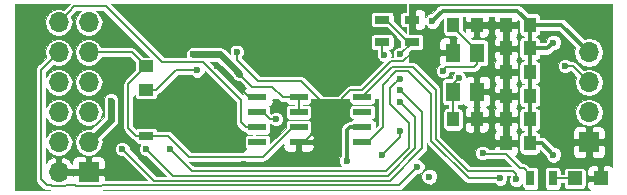
<source format=gbr>
%TF.GenerationSoftware,KiCad,Pcbnew,4.0.7-e2-6376~58~ubuntu16.04.1*%
%TF.CreationDate,2017-12-06T16:05:08+02:00*%
%TF.ProjectId,ecu_emu,6563755F656D752E6B696361645F7063,rev?*%
%TF.FileFunction,Copper,L2,Bot,Signal*%
%FSLAX46Y46*%
G04 Gerber Fmt 4.6, Leading zero omitted, Abs format (unit mm)*
G04 Created by KiCad (PCBNEW 4.0.7-e2-6376~58~ubuntu16.04.1) date Wed Dec  6 16:05:08 2017*
%MOMM*%
%LPD*%
G01*
G04 APERTURE LIST*
%ADD10C,0.100000*%
%ADD11R,1.000000X1.250000*%
%ADD12R,1.700000X1.700000*%
%ADD13O,1.700000X1.700000*%
%ADD14R,1.300000X0.700000*%
%ADD15R,1.550000X0.600000*%
%ADD16R,1.300000X1.600000*%
%ADD17R,1.250000X1.000000*%
%ADD18R,1.200000X1.200000*%
%ADD19R,0.700000X1.300000*%
%ADD20C,0.600000*%
%ADD21C,0.200000*%
%ADD22C,0.300000*%
%ADD23C,0.600000*%
%ADD24C,0.025400*%
G04 APERTURE END LIST*
D10*
D11*
X65500000Y-23000000D03*
X67500000Y-23000000D03*
X65500000Y-31000000D03*
X67500000Y-31000000D03*
X72000000Y-25000000D03*
X70000000Y-25000000D03*
D12*
X34640000Y-35480000D03*
D13*
X32100000Y-35480000D03*
X34640000Y-32940000D03*
X32100000Y-32940000D03*
X34640000Y-30400000D03*
X32100000Y-30400000D03*
X34640000Y-27860000D03*
X32100000Y-27860000D03*
X34640000Y-25320000D03*
X32100000Y-25320000D03*
X34640000Y-22780000D03*
X32100000Y-22780000D03*
D14*
X59500000Y-22550000D03*
X59500000Y-24450000D03*
X39500000Y-32400000D03*
X39500000Y-30500000D03*
D15*
X57820000Y-29130000D03*
X57820000Y-30400000D03*
X57820000Y-31670000D03*
X57820000Y-32940000D03*
X52420000Y-32940000D03*
X52420000Y-31670000D03*
X52420000Y-30400000D03*
X52420000Y-29130000D03*
D16*
X67500000Y-25350000D03*
X67500000Y-28650000D03*
X65500000Y-28650000D03*
X65500000Y-25350000D03*
D14*
X62000000Y-22550000D03*
X62000000Y-24450000D03*
D17*
X39500000Y-26500000D03*
X39500000Y-28500000D03*
D11*
X72000000Y-29000000D03*
X70000000Y-29000000D03*
X72000000Y-33000000D03*
X70000000Y-33000000D03*
X72000000Y-27000000D03*
X70000000Y-27000000D03*
X72000000Y-23000000D03*
X70000000Y-23000000D03*
X72000000Y-31000000D03*
X70000000Y-31000000D03*
D15*
X48942000Y-29130000D03*
X48942000Y-30400000D03*
X48942000Y-31670000D03*
X48942000Y-32940000D03*
X43542000Y-32940000D03*
X43542000Y-31670000D03*
X43542000Y-30400000D03*
X43542000Y-29130000D03*
D12*
X77000000Y-32940000D03*
D13*
X77000000Y-30400000D03*
X77000000Y-27860000D03*
X77000000Y-25320000D03*
D18*
X75800000Y-36000000D03*
X78000000Y-36000000D03*
D19*
X73950000Y-36000000D03*
X72050000Y-36000000D03*
D20*
X47776239Y-34781506D03*
X68767493Y-31834671D03*
X47196638Y-25277015D03*
X45552384Y-26480015D03*
X43855310Y-26854083D03*
X64633833Y-26908132D03*
X66000000Y-27500000D03*
X51500000Y-24500000D03*
X52500000Y-26500000D03*
X52500000Y-25500000D03*
X52500000Y-24500000D03*
X52500000Y-23500000D03*
X52500000Y-22500000D03*
X57500000Y-27500000D03*
X57500000Y-26500000D03*
X57500000Y-25500000D03*
X57500000Y-24500000D03*
X57500000Y-23500000D03*
X57500000Y-22500000D03*
X74000000Y-24500000D03*
X73998414Y-34000962D03*
X63487764Y-35853046D03*
X56500000Y-34500000D03*
X63752992Y-22672254D03*
X36532494Y-29407533D03*
X59685111Y-25555653D03*
X62476045Y-35005131D03*
X75000000Y-26500000D03*
X61001200Y-27546326D03*
X41500000Y-33500000D03*
X61000131Y-28500355D03*
X37500000Y-33500000D03*
X61000059Y-29500026D03*
X39500000Y-33500000D03*
X61000000Y-25500000D03*
X59501682Y-34002064D03*
X50498162Y-30990414D03*
X61000000Y-32000000D03*
X47413306Y-27152032D03*
X43500370Y-25500316D03*
X46003049Y-32501122D03*
X69500476Y-35999854D03*
X70870305Y-36092142D03*
X68000000Y-33853631D03*
D21*
X78000000Y-36000000D02*
X78000000Y-34971636D01*
X78000000Y-34971636D02*
X77000000Y-33971636D01*
X77000000Y-33971636D02*
X77000000Y-32940000D01*
X77000000Y-32940000D02*
X77000000Y-33990000D01*
X77000000Y-33990000D02*
X76239037Y-34750963D01*
X76239037Y-34750963D02*
X72400988Y-34750963D01*
X71049999Y-33399974D02*
X70650025Y-33000000D01*
X72400988Y-34750963D02*
X71725026Y-34075001D01*
X71725026Y-34075001D02*
X71139999Y-34075001D01*
X71139999Y-34075001D02*
X71049999Y-33985001D01*
X71049999Y-33985001D02*
X71049999Y-33399974D01*
X70650025Y-33000000D02*
X70000000Y-33000000D01*
X70000000Y-33000000D02*
X68944178Y-33000000D01*
X68944178Y-33000000D02*
X68767493Y-32823315D01*
X68767493Y-32823315D02*
X68767493Y-31834671D01*
X52420000Y-32940000D02*
X52420000Y-33618780D01*
X52420000Y-33618780D02*
X51257274Y-34781506D01*
X51257274Y-34781506D02*
X48200503Y-34781506D01*
X48200503Y-34781506D02*
X47776239Y-34781506D01*
X65500000Y-25350000D02*
X64045384Y-25350000D01*
X64045384Y-25350000D02*
X63153679Y-24458295D01*
X62000000Y-23304616D02*
X62000000Y-22550000D01*
X63153679Y-24458295D02*
X63153679Y-23877114D01*
X63153679Y-23877114D02*
X62905614Y-23629049D01*
X62324433Y-23629049D02*
X62000000Y-23304616D01*
X62905614Y-23629049D02*
X62324433Y-23629049D01*
X55000000Y-30334998D02*
X55000000Y-30094998D01*
X55000000Y-30094998D02*
X52667709Y-27762707D01*
X52667709Y-27762707D02*
X48995256Y-27762707D01*
X48995256Y-27762707D02*
X47197162Y-25964613D01*
X47197162Y-25964613D02*
X47197162Y-25277539D01*
X47197162Y-25277539D02*
X47196638Y-25277015D01*
X55000000Y-30500000D02*
X55000000Y-30835000D01*
X65500000Y-25350000D02*
X62038002Y-25350000D01*
X62038002Y-25350000D02*
X61288001Y-26100001D01*
X57809672Y-28529999D02*
X56804999Y-28529999D01*
X61288001Y-26100001D02*
X60239670Y-26100001D01*
X60239670Y-26100001D02*
X57809672Y-28529999D01*
X56804999Y-28529999D02*
X55000000Y-30334998D01*
X55000000Y-30334998D02*
X55000000Y-30500000D01*
X55000000Y-30835000D02*
X52895000Y-32940000D01*
X52895000Y-32940000D02*
X52420000Y-32940000D01*
X39500000Y-28500000D02*
X40389274Y-28500000D01*
X40389274Y-28500000D02*
X42030975Y-26858299D01*
X42030975Y-26858299D02*
X43851094Y-26858299D01*
X43851094Y-26858299D02*
X43855310Y-26854083D01*
X48954000Y-29130000D02*
X48202369Y-29130000D01*
X48202369Y-29130000D02*
X45852383Y-26780014D01*
X45852383Y-26780014D02*
X45552384Y-26480015D01*
X67500000Y-31000000D02*
X70000000Y-31000000D01*
X67500000Y-23000000D02*
X70000000Y-23000000D01*
X70000000Y-33000000D02*
X70000000Y-31000000D01*
X70000000Y-31000000D02*
X70000000Y-29000000D01*
X70000000Y-29000000D02*
X70000000Y-27000000D01*
X70000000Y-27000000D02*
X70000000Y-25000000D01*
X70000000Y-23000000D02*
X70000000Y-25000000D01*
X67500000Y-31000000D02*
X67500000Y-28650000D01*
X65500000Y-23000000D02*
X65500000Y-23200000D01*
X65500000Y-23200000D02*
X67500000Y-25200000D01*
X67500000Y-25200000D02*
X67500000Y-25350000D01*
X67500000Y-25350000D02*
X67500000Y-26350000D01*
X67500000Y-26350000D02*
X67241867Y-26608133D01*
X67241867Y-26608133D02*
X64933832Y-26608133D01*
X64933832Y-26608133D02*
X64633833Y-26908132D01*
X65500000Y-31000000D02*
X65500000Y-28650000D01*
X65500000Y-28650000D02*
X65500000Y-28000000D01*
X65500000Y-28000000D02*
X66000000Y-27500000D01*
D22*
X52500000Y-26500000D02*
X52500000Y-25500000D01*
X52500000Y-25500000D02*
X51500000Y-24500000D01*
X52500000Y-24500000D02*
X52500000Y-25500000D01*
X52500000Y-22500000D02*
X52500000Y-23500000D01*
X57500000Y-26500000D02*
X57500000Y-27500000D01*
X57500000Y-24500000D02*
X57500000Y-25500000D01*
X57500000Y-22500000D02*
X57500000Y-23500000D01*
D21*
X48954000Y-31670000D02*
X47944459Y-31670000D01*
X47944459Y-31670000D02*
X47536803Y-31262344D01*
X47536803Y-31262344D02*
X47536803Y-29336673D01*
X36156640Y-21428520D02*
X33451480Y-21428520D01*
X47536803Y-29336673D02*
X44336895Y-26136765D01*
X40864885Y-26136765D02*
X36156640Y-21428520D01*
X32949999Y-21930001D02*
X32100000Y-22780000D01*
X44336895Y-26136765D02*
X40864885Y-26136765D01*
X33451480Y-21428520D02*
X32949999Y-21930001D01*
D22*
X72000000Y-25000000D02*
X73500000Y-25000000D01*
X73500000Y-25000000D02*
X74000000Y-24500000D01*
X77000000Y-25320000D02*
X74680000Y-23000000D01*
X74680000Y-23000000D02*
X72000000Y-23000000D01*
X72000000Y-33000000D02*
X72997452Y-33000000D01*
X72997452Y-33000000D02*
X73998414Y-34000962D01*
X70500000Y-21799365D02*
X64625881Y-21799365D01*
X72000000Y-23000000D02*
X72000000Y-22875000D01*
X72000000Y-22875000D02*
X70924365Y-21799365D01*
X70924365Y-21799365D02*
X70500000Y-21799365D01*
X72000000Y-25000000D02*
X72000000Y-23000000D01*
X72000000Y-27000000D02*
X72000000Y-25000000D01*
X72000000Y-29000000D02*
X72000000Y-27000000D01*
X72000000Y-31000000D02*
X72000000Y-29000000D01*
X72000000Y-33000000D02*
X72000000Y-31000000D01*
X74000000Y-33999376D02*
X73998414Y-34000962D01*
X64625881Y-21799365D02*
X63752992Y-22672254D01*
X57820000Y-31670000D02*
X56745000Y-31670000D01*
X56745000Y-31670000D02*
X56500000Y-31915000D01*
X56500000Y-31915000D02*
X56500000Y-34500000D01*
D23*
X36532494Y-29831797D02*
X36532494Y-29407533D01*
X36532494Y-31047506D02*
X36532494Y-29831797D01*
X34640000Y-32940000D02*
X36532494Y-31047506D01*
D21*
X35730001Y-36630001D02*
X35778453Y-36581549D01*
X32700453Y-36581549D02*
X33501547Y-36581549D01*
X31547999Y-36630001D02*
X32652001Y-36630001D01*
X33501547Y-36581549D02*
X33549999Y-36630001D01*
X33549999Y-36630001D02*
X35730001Y-36630001D01*
X32100000Y-25320000D02*
X30610898Y-26809102D01*
X30610898Y-26809102D02*
X30610898Y-36077077D01*
X30610898Y-36077077D02*
X31115370Y-36581549D01*
X31115370Y-36581549D02*
X31499547Y-36581549D01*
X31499547Y-36581549D02*
X31547999Y-36630001D01*
X32652001Y-36630001D02*
X32700453Y-36581549D01*
X35778453Y-36581549D02*
X60899627Y-36581549D01*
X60899627Y-36581549D02*
X62176046Y-35305130D01*
X62176046Y-35305130D02*
X62476045Y-35005131D01*
X59500000Y-25370542D02*
X59685111Y-25555653D01*
X59500000Y-24450000D02*
X59500000Y-25370542D01*
X77000000Y-27860000D02*
X75640000Y-26500000D01*
X75640000Y-26500000D02*
X75000000Y-26500000D01*
X60169400Y-29740266D02*
X60169400Y-28378126D01*
X61738515Y-31309381D02*
X60169400Y-29740266D01*
X60169400Y-28378126D02*
X60701201Y-27846325D01*
X61738515Y-33467100D02*
X61738515Y-31309381D01*
X43381516Y-35381516D02*
X59824099Y-35381516D01*
X41500000Y-33500000D02*
X43381516Y-35381516D01*
X60701201Y-27846325D02*
X61001200Y-27546326D01*
X59824099Y-35381516D02*
X61738515Y-33467100D01*
X40181538Y-36181538D02*
X60155477Y-36181538D01*
X61300130Y-28800354D02*
X61000131Y-28500355D01*
X37500000Y-33500000D02*
X40181538Y-36181538D01*
X60155477Y-36181538D02*
X62875517Y-33461498D01*
X62875517Y-33461498D02*
X62875517Y-30375741D01*
X62875517Y-30375741D02*
X61300130Y-28800354D01*
X59989788Y-35781527D02*
X62303693Y-33467622D01*
X62303693Y-30803660D02*
X61300058Y-29800025D01*
X39500000Y-33500000D02*
X41781527Y-35781527D01*
X61300058Y-29800025D02*
X61000059Y-29500026D01*
X62303693Y-33467622D02*
X62303693Y-30803660D01*
X41781527Y-35781527D02*
X59989788Y-35781527D01*
X62000000Y-24450000D02*
X62000000Y-24500000D01*
X62000000Y-24500000D02*
X61000000Y-25500000D01*
X59500000Y-22550000D02*
X59800000Y-22550000D01*
X59800000Y-22550000D02*
X61700000Y-24450000D01*
X61700000Y-24450000D02*
X62000000Y-24450000D01*
X59801681Y-33702065D02*
X59501682Y-34002064D01*
X61000000Y-32503746D02*
X59801681Y-33702065D01*
X61000000Y-32000000D02*
X61000000Y-32503746D01*
X50073898Y-30990414D02*
X50498162Y-30990414D01*
X49981914Y-30990414D02*
X50073898Y-30990414D01*
X49391500Y-30400000D02*
X49981914Y-30990414D01*
X48954000Y-30400000D02*
X49391500Y-30400000D01*
X52420000Y-29130000D02*
X51072728Y-29130000D01*
X50186318Y-28243590D02*
X48504864Y-28243590D01*
X51072728Y-29130000D02*
X50186318Y-28243590D01*
X48504864Y-28243590D02*
X47413306Y-27152032D01*
D23*
X45761590Y-25500316D02*
X47113307Y-26852033D01*
X47113307Y-26852033D02*
X47413306Y-27152032D01*
X43500370Y-25500316D02*
X45761590Y-25500316D01*
D21*
X52420000Y-30400000D02*
X52420000Y-29130000D01*
X43530000Y-30400000D02*
X39600000Y-30400000D01*
X39600000Y-30400000D02*
X39500000Y-30500000D01*
X43530000Y-31670000D02*
X43967500Y-31670000D01*
X43967500Y-31670000D02*
X44798622Y-32501122D01*
X44798622Y-32501122D02*
X46003049Y-32501122D01*
X43530000Y-30400000D02*
X43967500Y-30400000D01*
X46003049Y-32435549D02*
X46003049Y-32501122D01*
X43967500Y-30400000D02*
X46003049Y-32435549D01*
X46003049Y-32501122D02*
X46003049Y-31165549D01*
X46003049Y-31165549D02*
X43967500Y-29130000D01*
X43967500Y-29130000D02*
X43530000Y-29130000D01*
X43530000Y-32940000D02*
X45564171Y-32940000D01*
X45564171Y-32940000D02*
X46003049Y-32501122D01*
X51945000Y-31670000D02*
X49433495Y-34181505D01*
X40350000Y-32400000D02*
X39500000Y-32400000D01*
X41373404Y-32400000D02*
X40350000Y-32400000D01*
X43154909Y-34181505D02*
X41373404Y-32400000D01*
X52420000Y-31670000D02*
X51945000Y-31670000D01*
X49433495Y-34181505D02*
X43154909Y-34181505D01*
X39500000Y-26500000D02*
X39498685Y-26500000D01*
X39498685Y-26500000D02*
X38318685Y-25320000D01*
X38318685Y-25320000D02*
X34640000Y-25320000D01*
X38000000Y-28000000D02*
X39500000Y-26500000D01*
X38000000Y-31750000D02*
X38000000Y-28000000D01*
X39500000Y-32400000D02*
X38650000Y-32400000D01*
X38650000Y-32400000D02*
X38000000Y-31750000D01*
X39200000Y-32400000D02*
X39500000Y-32400000D01*
X34960000Y-25000000D02*
X34640000Y-25320000D01*
X63628952Y-32808129D02*
X66820677Y-35999854D01*
X59550090Y-31684910D02*
X59550090Y-28065954D01*
X66820677Y-35999854D02*
X69076212Y-35999854D01*
X61719603Y-26946316D02*
X63628952Y-28855665D01*
X60669728Y-26946316D02*
X61719603Y-26946316D01*
X59550090Y-28065954D02*
X60669728Y-26946316D01*
X58295000Y-32940000D02*
X59550090Y-31684910D01*
X57820000Y-32940000D02*
X58295000Y-32940000D01*
X63628952Y-28855665D02*
X63628952Y-32808129D01*
X69076212Y-35999854D02*
X69500476Y-35999854D01*
X57820000Y-29130000D02*
X57820000Y-29085369D01*
X57820000Y-29085369D02*
X60359064Y-26546305D01*
X60359064Y-26546305D02*
X62078486Y-26546305D01*
X64028963Y-28496782D02*
X64028963Y-32642440D01*
X62078486Y-26546305D02*
X64028963Y-28496782D01*
X64028963Y-32642440D02*
X66736534Y-35350011D01*
X66736534Y-35350011D02*
X70552438Y-35350011D01*
X70552438Y-35350011D02*
X70870305Y-35667878D01*
X70870305Y-35667878D02*
X70870305Y-36092142D01*
X73950000Y-36000000D02*
X75800000Y-36000000D01*
X72050000Y-36000000D02*
X72050000Y-35700000D01*
X71500000Y-35150000D02*
X71200000Y-35150000D01*
X72050000Y-35700000D02*
X71500000Y-35150000D01*
X71200000Y-35150000D02*
X69975001Y-33925001D01*
X69975001Y-33925001D02*
X68071370Y-33925001D01*
X68071370Y-33925001D02*
X68000000Y-33853631D01*
D24*
G36*
X78956300Y-35019919D02*
X78894953Y-34958572D01*
X78703574Y-34879300D01*
X78371475Y-34879300D01*
X78241300Y-35009475D01*
X78241300Y-35758700D01*
X78261300Y-35758700D01*
X78261300Y-36241300D01*
X78241300Y-36241300D01*
X78241300Y-36261300D01*
X77758700Y-36261300D01*
X77758700Y-36241300D01*
X77009475Y-36241300D01*
X76879300Y-36371475D01*
X76879300Y-36703573D01*
X76958572Y-36894953D01*
X77060919Y-36997300D01*
X35908866Y-36997300D01*
X35913433Y-36994249D01*
X60899627Y-36994249D01*
X61057561Y-36962834D01*
X61191450Y-36873372D01*
X62080535Y-35984287D01*
X62824949Y-35984287D01*
X62925627Y-36227945D01*
X63111885Y-36414528D01*
X63355367Y-36515631D01*
X63619005Y-36515861D01*
X63862663Y-36415183D01*
X64049246Y-36228925D01*
X64150349Y-35985443D01*
X64150579Y-35721805D01*
X64049901Y-35478147D01*
X63863643Y-35291564D01*
X63620161Y-35190461D01*
X63356523Y-35190231D01*
X63112865Y-35290909D01*
X62926282Y-35477167D01*
X62825179Y-35720649D01*
X62824949Y-35984287D01*
X62080535Y-35984287D01*
X62447015Y-35617807D01*
X62597384Y-35617938D01*
X62822659Y-35524856D01*
X62995164Y-35352651D01*
X63088639Y-35127539D01*
X63088852Y-34883792D01*
X62995770Y-34658517D01*
X62823565Y-34486012D01*
X62598453Y-34392537D01*
X62528185Y-34392476D01*
X63167340Y-33753321D01*
X63233340Y-33654544D01*
X63256802Y-33619431D01*
X63288217Y-33461498D01*
X63288217Y-33026750D01*
X63337129Y-33099952D01*
X66528854Y-36291677D01*
X66662743Y-36381139D01*
X66820677Y-36412554D01*
X69046722Y-36412554D01*
X69152956Y-36518973D01*
X69378068Y-36612448D01*
X69621815Y-36612661D01*
X69847090Y-36519579D01*
X70019595Y-36347374D01*
X70113070Y-36122262D01*
X70113283Y-35878515D01*
X70065434Y-35762711D01*
X70343675Y-35762711D01*
X70257711Y-35969734D01*
X70257498Y-36213481D01*
X70350580Y-36438756D01*
X70522785Y-36611261D01*
X70747897Y-36704736D01*
X70991644Y-36704949D01*
X71216919Y-36611867D01*
X71381174Y-36447898D01*
X71381174Y-36650000D01*
X71402978Y-36765880D01*
X71471463Y-36872308D01*
X71575959Y-36943707D01*
X71700000Y-36968826D01*
X72400000Y-36968826D01*
X72515880Y-36947022D01*
X72622308Y-36878537D01*
X72693707Y-36774041D01*
X72718826Y-36650000D01*
X72718826Y-35350000D01*
X73281174Y-35350000D01*
X73281174Y-36650000D01*
X73302978Y-36765880D01*
X73371463Y-36872308D01*
X73475959Y-36943707D01*
X73600000Y-36968826D01*
X74300000Y-36968826D01*
X74415880Y-36947022D01*
X74522308Y-36878537D01*
X74593707Y-36774041D01*
X74618826Y-36650000D01*
X74618826Y-36412700D01*
X74881174Y-36412700D01*
X74881174Y-36600000D01*
X74902978Y-36715880D01*
X74971463Y-36822308D01*
X75075959Y-36893707D01*
X75200000Y-36918826D01*
X76400000Y-36918826D01*
X76515880Y-36897022D01*
X76622308Y-36828537D01*
X76693707Y-36724041D01*
X76718826Y-36600000D01*
X76718826Y-35400000D01*
X76699338Y-35296427D01*
X76879300Y-35296427D01*
X76879300Y-35628525D01*
X77009475Y-35758700D01*
X77758700Y-35758700D01*
X77758700Y-35009475D01*
X77628525Y-34879300D01*
X77296426Y-34879300D01*
X77105047Y-34958572D01*
X76958572Y-35105047D01*
X76879300Y-35296427D01*
X76699338Y-35296427D01*
X76697022Y-35284120D01*
X76628537Y-35177692D01*
X76524041Y-35106293D01*
X76400000Y-35081174D01*
X75200000Y-35081174D01*
X75084120Y-35102978D01*
X74977692Y-35171463D01*
X74906293Y-35275959D01*
X74881174Y-35400000D01*
X74881174Y-35587300D01*
X74618826Y-35587300D01*
X74618826Y-35350000D01*
X74597022Y-35234120D01*
X74528537Y-35127692D01*
X74424041Y-35056293D01*
X74300000Y-35031174D01*
X73600000Y-35031174D01*
X73484120Y-35052978D01*
X73377692Y-35121463D01*
X73306293Y-35225959D01*
X73281174Y-35350000D01*
X72718826Y-35350000D01*
X72697022Y-35234120D01*
X72628537Y-35127692D01*
X72524041Y-35056293D01*
X72400000Y-35031174D01*
X71964820Y-35031174D01*
X71791823Y-34858177D01*
X71657934Y-34768715D01*
X71500000Y-34737300D01*
X71370946Y-34737300D01*
X70727863Y-34094217D01*
X70794953Y-34066428D01*
X70941428Y-33919953D01*
X71020700Y-33728573D01*
X71020700Y-33371475D01*
X70890525Y-33241300D01*
X70241300Y-33241300D01*
X70241300Y-33261300D01*
X69758700Y-33261300D01*
X69758700Y-33241300D01*
X69109475Y-33241300D01*
X68979300Y-33371475D01*
X68979300Y-33512301D01*
X68521908Y-33512301D01*
X68519725Y-33507017D01*
X68347520Y-33334512D01*
X68122408Y-33241037D01*
X67878661Y-33240824D01*
X67653386Y-33333906D01*
X67480881Y-33506111D01*
X67387406Y-33731223D01*
X67387193Y-33974970D01*
X67480275Y-34200245D01*
X67652480Y-34372750D01*
X67877592Y-34466225D01*
X68121339Y-34466438D01*
X68346614Y-34373356D01*
X68382331Y-34337701D01*
X69804055Y-34337701D01*
X70403665Y-34937311D01*
X66907480Y-34937311D01*
X64441663Y-32471494D01*
X64441663Y-28496782D01*
X64410248Y-28338849D01*
X64410248Y-28338848D01*
X64320786Y-28204959D01*
X62370309Y-26254482D01*
X62236420Y-26165020D01*
X62078486Y-26133605D01*
X61812700Y-26133605D01*
X61812700Y-25270946D01*
X61964820Y-25118826D01*
X62650000Y-25118826D01*
X62765880Y-25097022D01*
X62872308Y-25028537D01*
X62943707Y-24924041D01*
X62968826Y-24800000D01*
X62968826Y-24446426D01*
X64329300Y-24446426D01*
X64329300Y-24978525D01*
X64459475Y-25108700D01*
X65258700Y-25108700D01*
X65258700Y-24159475D01*
X65128525Y-24029300D01*
X64746427Y-24029300D01*
X64555047Y-24108572D01*
X64408572Y-24255047D01*
X64329300Y-24446426D01*
X62968826Y-24446426D01*
X62968826Y-24100000D01*
X62947022Y-23984120D01*
X62878537Y-23877692D01*
X62774041Y-23806293D01*
X62650000Y-23781174D01*
X61812700Y-23781174D01*
X61812700Y-21809475D01*
X62241300Y-21809475D01*
X62241300Y-22375000D01*
X62261300Y-22375000D01*
X62261300Y-22725000D01*
X62241300Y-22725000D01*
X62241300Y-23290525D01*
X62371475Y-23420700D01*
X62753573Y-23420700D01*
X62944953Y-23341428D01*
X63091428Y-23194953D01*
X63170700Y-23003574D01*
X63170700Y-22998374D01*
X63190855Y-23047153D01*
X63377113Y-23233736D01*
X63620595Y-23334839D01*
X63884233Y-23335069D01*
X64127891Y-23234391D01*
X64314474Y-23048133D01*
X64415577Y-22804651D01*
X64415638Y-22734676D01*
X64681174Y-22469139D01*
X64681174Y-23625000D01*
X64702978Y-23740880D01*
X64771463Y-23847308D01*
X64875959Y-23918707D01*
X65000000Y-23943826D01*
X65660180Y-23943826D01*
X65808565Y-24092211D01*
X65741300Y-24159475D01*
X65741300Y-25108700D01*
X65761300Y-25108700D01*
X65761300Y-25591300D01*
X65741300Y-25591300D01*
X65741300Y-25611300D01*
X65258700Y-25611300D01*
X65258700Y-25591300D01*
X64459475Y-25591300D01*
X64329300Y-25721475D01*
X64329300Y-26253574D01*
X64370838Y-26353856D01*
X64287219Y-26388407D01*
X64114714Y-26560612D01*
X64021239Y-26785724D01*
X64021026Y-27029471D01*
X64114108Y-27254746D01*
X64286313Y-27427251D01*
X64511425Y-27520726D01*
X64755172Y-27520939D01*
X64980447Y-27427857D01*
X65152952Y-27255652D01*
X65246427Y-27030540D01*
X65246435Y-27020833D01*
X65612757Y-27020833D01*
X65480881Y-27152480D01*
X65387406Y-27377592D01*
X65387274Y-27529080D01*
X65385180Y-27531174D01*
X64850000Y-27531174D01*
X64734120Y-27552978D01*
X64627692Y-27621463D01*
X64556293Y-27725959D01*
X64531174Y-27850000D01*
X64531174Y-29450000D01*
X64552978Y-29565880D01*
X64621463Y-29672308D01*
X64725959Y-29743707D01*
X64850000Y-29768826D01*
X65087300Y-29768826D01*
X65087300Y-30056174D01*
X65000000Y-30056174D01*
X64884120Y-30077978D01*
X64777692Y-30146463D01*
X64706293Y-30250959D01*
X64681174Y-30375000D01*
X64681174Y-31625000D01*
X64702978Y-31740880D01*
X64771463Y-31847308D01*
X64875959Y-31918707D01*
X65000000Y-31943826D01*
X66000000Y-31943826D01*
X66115880Y-31922022D01*
X66222308Y-31853537D01*
X66293707Y-31749041D01*
X66318826Y-31625000D01*
X66318826Y-31371475D01*
X66479300Y-31371475D01*
X66479300Y-31728573D01*
X66558572Y-31919953D01*
X66705047Y-32066428D01*
X66896426Y-32145700D01*
X67128525Y-32145700D01*
X67258700Y-32015525D01*
X67258700Y-31241300D01*
X67741300Y-31241300D01*
X67741300Y-32015525D01*
X67871475Y-32145700D01*
X68103574Y-32145700D01*
X68294953Y-32066428D01*
X68441428Y-31919953D01*
X68520700Y-31728573D01*
X68520700Y-31371475D01*
X68979300Y-31371475D01*
X68979300Y-31728573D01*
X69058572Y-31919953D01*
X69138619Y-32000000D01*
X69058572Y-32080047D01*
X68979300Y-32271427D01*
X68979300Y-32628525D01*
X69109475Y-32758700D01*
X69758700Y-32758700D01*
X69758700Y-31241300D01*
X70241300Y-31241300D01*
X70241300Y-32758700D01*
X70890525Y-32758700D01*
X71020700Y-32628525D01*
X71020700Y-32271427D01*
X70941428Y-32080047D01*
X70861381Y-32000000D01*
X70941428Y-31919953D01*
X71020700Y-31728573D01*
X71020700Y-31371475D01*
X70890525Y-31241300D01*
X70241300Y-31241300D01*
X69758700Y-31241300D01*
X69109475Y-31241300D01*
X68979300Y-31371475D01*
X68520700Y-31371475D01*
X68390525Y-31241300D01*
X67741300Y-31241300D01*
X67258700Y-31241300D01*
X66609475Y-31241300D01*
X66479300Y-31371475D01*
X66318826Y-31371475D01*
X66318826Y-30375000D01*
X66297022Y-30259120D01*
X66228537Y-30152692D01*
X66124041Y-30081293D01*
X66000000Y-30056174D01*
X65912700Y-30056174D01*
X65912700Y-29768826D01*
X66150000Y-29768826D01*
X66265880Y-29747022D01*
X66372308Y-29678537D01*
X66377758Y-29670561D01*
X66408572Y-29744953D01*
X66555047Y-29891428D01*
X66690913Y-29947706D01*
X66558572Y-30080047D01*
X66479300Y-30271427D01*
X66479300Y-30628525D01*
X66609475Y-30758700D01*
X67258700Y-30758700D01*
X67258700Y-29984475D01*
X67186725Y-29912500D01*
X67258700Y-29840525D01*
X67258700Y-28891300D01*
X67741300Y-28891300D01*
X67741300Y-29840525D01*
X67813275Y-29912500D01*
X67741300Y-29984475D01*
X67741300Y-30758700D01*
X68390525Y-30758700D01*
X68520700Y-30628525D01*
X68520700Y-30271427D01*
X68441428Y-30080047D01*
X68309087Y-29947706D01*
X68444953Y-29891428D01*
X68591428Y-29744953D01*
X68670700Y-29553574D01*
X68670700Y-29371475D01*
X68979300Y-29371475D01*
X68979300Y-29728573D01*
X69058572Y-29919953D01*
X69138619Y-30000000D01*
X69058572Y-30080047D01*
X68979300Y-30271427D01*
X68979300Y-30628525D01*
X69109475Y-30758700D01*
X69758700Y-30758700D01*
X69758700Y-29241300D01*
X70241300Y-29241300D01*
X70241300Y-30758700D01*
X70890525Y-30758700D01*
X71020700Y-30628525D01*
X71020700Y-30271427D01*
X70941428Y-30080047D01*
X70861381Y-30000000D01*
X70941428Y-29919953D01*
X71020700Y-29728573D01*
X71020700Y-29371475D01*
X70890525Y-29241300D01*
X70241300Y-29241300D01*
X69758700Y-29241300D01*
X69109475Y-29241300D01*
X68979300Y-29371475D01*
X68670700Y-29371475D01*
X68670700Y-29021475D01*
X68540525Y-28891300D01*
X67741300Y-28891300D01*
X67258700Y-28891300D01*
X67238700Y-28891300D01*
X67238700Y-28408700D01*
X67258700Y-28408700D01*
X67258700Y-27459475D01*
X67741300Y-27459475D01*
X67741300Y-28408700D01*
X68540525Y-28408700D01*
X68670700Y-28278525D01*
X68670700Y-27746426D01*
X68591428Y-27555047D01*
X68444953Y-27408572D01*
X68355393Y-27371475D01*
X68979300Y-27371475D01*
X68979300Y-27728573D01*
X69058572Y-27919953D01*
X69138619Y-28000000D01*
X69058572Y-28080047D01*
X68979300Y-28271427D01*
X68979300Y-28628525D01*
X69109475Y-28758700D01*
X69758700Y-28758700D01*
X69758700Y-27241300D01*
X70241300Y-27241300D01*
X70241300Y-28758700D01*
X70890525Y-28758700D01*
X71020700Y-28628525D01*
X71020700Y-28271427D01*
X70941428Y-28080047D01*
X70861381Y-28000000D01*
X70941428Y-27919953D01*
X71020700Y-27728573D01*
X71020700Y-27371475D01*
X70890525Y-27241300D01*
X70241300Y-27241300D01*
X69758700Y-27241300D01*
X69109475Y-27241300D01*
X68979300Y-27371475D01*
X68355393Y-27371475D01*
X68253573Y-27329300D01*
X67871475Y-27329300D01*
X67741300Y-27459475D01*
X67258700Y-27459475D01*
X67128525Y-27329300D01*
X66746427Y-27329300D01*
X66612802Y-27384649D01*
X66612807Y-27378661D01*
X66519725Y-27153386D01*
X66387403Y-27020833D01*
X67241867Y-27020833D01*
X67399801Y-26989418D01*
X67533690Y-26899956D01*
X67791823Y-26641823D01*
X67881285Y-26507934D01*
X67889064Y-26468826D01*
X68150000Y-26468826D01*
X68265880Y-26447022D01*
X68372308Y-26378537D01*
X68443707Y-26274041D01*
X68468826Y-26150000D01*
X68468826Y-25371475D01*
X68979300Y-25371475D01*
X68979300Y-25728573D01*
X69058572Y-25919953D01*
X69138619Y-26000000D01*
X69058572Y-26080047D01*
X68979300Y-26271427D01*
X68979300Y-26628525D01*
X69109475Y-26758700D01*
X69758700Y-26758700D01*
X69758700Y-25241300D01*
X70241300Y-25241300D01*
X70241300Y-26758700D01*
X70890525Y-26758700D01*
X71020700Y-26628525D01*
X71020700Y-26271427D01*
X70941428Y-26080047D01*
X70861381Y-26000000D01*
X70941428Y-25919953D01*
X71020700Y-25728573D01*
X71020700Y-25371475D01*
X70890525Y-25241300D01*
X70241300Y-25241300D01*
X69758700Y-25241300D01*
X69109475Y-25241300D01*
X68979300Y-25371475D01*
X68468826Y-25371475D01*
X68468826Y-24550000D01*
X68447022Y-24434120D01*
X68378537Y-24327692D01*
X68274041Y-24256293D01*
X68150000Y-24231174D01*
X67114820Y-24231174D01*
X67029346Y-24145700D01*
X67128525Y-24145700D01*
X67258700Y-24015525D01*
X67258700Y-23241300D01*
X67741300Y-23241300D01*
X67741300Y-24015525D01*
X67871475Y-24145700D01*
X68103574Y-24145700D01*
X68294953Y-24066428D01*
X68441428Y-23919953D01*
X68520700Y-23728573D01*
X68520700Y-23371475D01*
X68979300Y-23371475D01*
X68979300Y-23728573D01*
X69058572Y-23919953D01*
X69138619Y-24000000D01*
X69058572Y-24080047D01*
X68979300Y-24271427D01*
X68979300Y-24628525D01*
X69109475Y-24758700D01*
X69758700Y-24758700D01*
X69758700Y-23241300D01*
X70241300Y-23241300D01*
X70241300Y-24758700D01*
X70890525Y-24758700D01*
X71020700Y-24628525D01*
X71020700Y-24271427D01*
X70941428Y-24080047D01*
X70861381Y-24000000D01*
X70941428Y-23919953D01*
X71020700Y-23728573D01*
X71020700Y-23371475D01*
X70890525Y-23241300D01*
X70241300Y-23241300D01*
X69758700Y-23241300D01*
X69109475Y-23241300D01*
X68979300Y-23371475D01*
X68520700Y-23371475D01*
X68390525Y-23241300D01*
X67741300Y-23241300D01*
X67258700Y-23241300D01*
X66609475Y-23241300D01*
X66479300Y-23371475D01*
X66479300Y-23595654D01*
X66318826Y-23435180D01*
X66318826Y-22375000D01*
X66306984Y-22312065D01*
X66479300Y-22312065D01*
X66479300Y-22628525D01*
X66609475Y-22758700D01*
X67258700Y-22758700D01*
X67258700Y-22738700D01*
X67741300Y-22738700D01*
X67741300Y-22758700D01*
X68390525Y-22758700D01*
X68520700Y-22628525D01*
X68520700Y-22312065D01*
X68979300Y-22312065D01*
X68979300Y-22628525D01*
X69109475Y-22758700D01*
X69758700Y-22758700D01*
X69758700Y-22738700D01*
X70241300Y-22738700D01*
X70241300Y-22758700D01*
X70890525Y-22758700D01*
X71020700Y-22628525D01*
X71020700Y-22620768D01*
X71130195Y-22730262D01*
X71130195Y-23625000D01*
X71155486Y-23759408D01*
X71234921Y-23882854D01*
X71356125Y-23965670D01*
X71487300Y-23992233D01*
X71487300Y-24007585D01*
X71365592Y-24030486D01*
X71242146Y-24109921D01*
X71159330Y-24231125D01*
X71130195Y-24375000D01*
X71130195Y-25625000D01*
X71155486Y-25759408D01*
X71234921Y-25882854D01*
X71356125Y-25965670D01*
X71487300Y-25992233D01*
X71487300Y-26007585D01*
X71365592Y-26030486D01*
X71242146Y-26109921D01*
X71159330Y-26231125D01*
X71130195Y-26375000D01*
X71130195Y-27625000D01*
X71155486Y-27759408D01*
X71234921Y-27882854D01*
X71356125Y-27965670D01*
X71487300Y-27992233D01*
X71487300Y-28007585D01*
X71365592Y-28030486D01*
X71242146Y-28109921D01*
X71159330Y-28231125D01*
X71130195Y-28375000D01*
X71130195Y-29625000D01*
X71155486Y-29759408D01*
X71234921Y-29882854D01*
X71356125Y-29965670D01*
X71487300Y-29992233D01*
X71487300Y-30007585D01*
X71365592Y-30030486D01*
X71242146Y-30109921D01*
X71159330Y-30231125D01*
X71130195Y-30375000D01*
X71130195Y-31625000D01*
X71155486Y-31759408D01*
X71234921Y-31882854D01*
X71356125Y-31965670D01*
X71487300Y-31992233D01*
X71487300Y-32007585D01*
X71365592Y-32030486D01*
X71242146Y-32109921D01*
X71159330Y-32231125D01*
X71130195Y-32375000D01*
X71130195Y-33625000D01*
X71155486Y-33759408D01*
X71234921Y-33882854D01*
X71356125Y-33965670D01*
X71500000Y-33994805D01*
X72500000Y-33994805D01*
X72634408Y-33969514D01*
X72757854Y-33890079D01*
X72840670Y-33768875D01*
X72869805Y-33625000D01*
X72869805Y-33597421D01*
X73335659Y-34063275D01*
X73335599Y-34132203D01*
X73436277Y-34375861D01*
X73622535Y-34562444D01*
X73866017Y-34663547D01*
X74129655Y-34663777D01*
X74373313Y-34563099D01*
X74559896Y-34376841D01*
X74660999Y-34133359D01*
X74661229Y-33869721D01*
X74560551Y-33626063D01*
X74374293Y-33439480D01*
X74130811Y-33338377D01*
X74060836Y-33338316D01*
X74033995Y-33311475D01*
X75629300Y-33311475D01*
X75629300Y-33893573D01*
X75708572Y-34084953D01*
X75855047Y-34231428D01*
X76046426Y-34310700D01*
X76628525Y-34310700D01*
X76758700Y-34180525D01*
X76758700Y-33181300D01*
X77241300Y-33181300D01*
X77241300Y-34180525D01*
X77371475Y-34310700D01*
X77953574Y-34310700D01*
X78144953Y-34231428D01*
X78291428Y-34084953D01*
X78370700Y-33893573D01*
X78370700Y-33311475D01*
X78240525Y-33181300D01*
X77241300Y-33181300D01*
X76758700Y-33181300D01*
X75759475Y-33181300D01*
X75629300Y-33311475D01*
X74033995Y-33311475D01*
X73359986Y-32637466D01*
X73193654Y-32526327D01*
X72997452Y-32487300D01*
X72869805Y-32487300D01*
X72869805Y-32375000D01*
X72844514Y-32240592D01*
X72765079Y-32117146D01*
X72643875Y-32034330D01*
X72512700Y-32007767D01*
X72512700Y-31992415D01*
X72544523Y-31986427D01*
X75629300Y-31986427D01*
X75629300Y-32568525D01*
X75759475Y-32698700D01*
X76758700Y-32698700D01*
X76758700Y-31699475D01*
X77241300Y-31699475D01*
X77241300Y-32698700D01*
X78240525Y-32698700D01*
X78370700Y-32568525D01*
X78370700Y-31986427D01*
X78291428Y-31795047D01*
X78144953Y-31648572D01*
X77953574Y-31569300D01*
X77371475Y-31569300D01*
X77241300Y-31699475D01*
X76758700Y-31699475D01*
X76628525Y-31569300D01*
X76046426Y-31569300D01*
X75855047Y-31648572D01*
X75708572Y-31795047D01*
X75629300Y-31986427D01*
X72544523Y-31986427D01*
X72634408Y-31969514D01*
X72757854Y-31890079D01*
X72840670Y-31768875D01*
X72869805Y-31625000D01*
X72869805Y-30400000D01*
X75814521Y-30400000D01*
X75903026Y-30844946D01*
X76155068Y-31222153D01*
X76532275Y-31474195D01*
X76977221Y-31562700D01*
X77022779Y-31562700D01*
X77467725Y-31474195D01*
X77844932Y-31222153D01*
X78096974Y-30844946D01*
X78185479Y-30400000D01*
X78096974Y-29955054D01*
X77844932Y-29577847D01*
X77467725Y-29325805D01*
X77022779Y-29237300D01*
X76977221Y-29237300D01*
X76532275Y-29325805D01*
X76155068Y-29577847D01*
X75903026Y-29955054D01*
X75814521Y-30400000D01*
X72869805Y-30400000D01*
X72869805Y-30375000D01*
X72844514Y-30240592D01*
X72765079Y-30117146D01*
X72643875Y-30034330D01*
X72512700Y-30007767D01*
X72512700Y-29992415D01*
X72634408Y-29969514D01*
X72757854Y-29890079D01*
X72840670Y-29768875D01*
X72869805Y-29625000D01*
X72869805Y-28375000D01*
X72844514Y-28240592D01*
X72765079Y-28117146D01*
X72643875Y-28034330D01*
X72512700Y-28007767D01*
X72512700Y-27992415D01*
X72634408Y-27969514D01*
X72757854Y-27890079D01*
X72840670Y-27768875D01*
X72869805Y-27625000D01*
X72869805Y-26621339D01*
X74387193Y-26621339D01*
X74480275Y-26846614D01*
X74652480Y-27019119D01*
X74877592Y-27112594D01*
X75121339Y-27112807D01*
X75346614Y-27019725D01*
X75453825Y-26912700D01*
X75469054Y-26912700D01*
X75930416Y-27374062D01*
X75903026Y-27415054D01*
X75814521Y-27860000D01*
X75903026Y-28304946D01*
X76155068Y-28682153D01*
X76532275Y-28934195D01*
X76977221Y-29022700D01*
X77022779Y-29022700D01*
X77467725Y-28934195D01*
X77844932Y-28682153D01*
X78096974Y-28304946D01*
X78185479Y-27860000D01*
X78096974Y-27415054D01*
X77844932Y-27037847D01*
X77467725Y-26785805D01*
X77022779Y-26697300D01*
X76977221Y-26697300D01*
X76532275Y-26785805D01*
X76518593Y-26794947D01*
X75931823Y-26208177D01*
X75797934Y-26118715D01*
X75640000Y-26087300D01*
X75453754Y-26087300D01*
X75347520Y-25980881D01*
X75122408Y-25887406D01*
X74878661Y-25887193D01*
X74653386Y-25980275D01*
X74480881Y-26152480D01*
X74387406Y-26377592D01*
X74387193Y-26621339D01*
X72869805Y-26621339D01*
X72869805Y-26375000D01*
X72844514Y-26240592D01*
X72765079Y-26117146D01*
X72643875Y-26034330D01*
X72512700Y-26007767D01*
X72512700Y-25992415D01*
X72634408Y-25969514D01*
X72757854Y-25890079D01*
X72840670Y-25768875D01*
X72869805Y-25625000D01*
X72869805Y-25512700D01*
X73500000Y-25512700D01*
X73696202Y-25473673D01*
X73862534Y-25362534D01*
X74062313Y-25162755D01*
X74131241Y-25162815D01*
X74374899Y-25062137D01*
X74561482Y-24875879D01*
X74662585Y-24632397D01*
X74662815Y-24368759D01*
X74562137Y-24125101D01*
X74375879Y-23938518D01*
X74132397Y-23837415D01*
X73868759Y-23837185D01*
X73625101Y-23937863D01*
X73438518Y-24124121D01*
X73337415Y-24367603D01*
X73337354Y-24437578D01*
X73287632Y-24487300D01*
X72869805Y-24487300D01*
X72869805Y-24375000D01*
X72844514Y-24240592D01*
X72765079Y-24117146D01*
X72643875Y-24034330D01*
X72512700Y-24007767D01*
X72512700Y-23992415D01*
X72634408Y-23969514D01*
X72757854Y-23890079D01*
X72840670Y-23768875D01*
X72869805Y-23625000D01*
X72869805Y-23512700D01*
X74467632Y-23512700D01*
X75848387Y-24893454D01*
X75763542Y-25320000D01*
X75855853Y-25784080D01*
X76118734Y-26177508D01*
X76512162Y-26440389D01*
X76976242Y-26532700D01*
X77023758Y-26532700D01*
X77487838Y-26440389D01*
X77881266Y-26177508D01*
X78144147Y-25784080D01*
X78236458Y-25320000D01*
X78144147Y-24855920D01*
X77881266Y-24462492D01*
X77487838Y-24199611D01*
X77023758Y-24107300D01*
X76976242Y-24107300D01*
X76589329Y-24184262D01*
X75042534Y-22637466D01*
X74876202Y-22526327D01*
X74680000Y-22487300D01*
X72869805Y-22487300D01*
X72869805Y-22375000D01*
X72844514Y-22240592D01*
X72765079Y-22117146D01*
X72643875Y-22034330D01*
X72500000Y-22005195D01*
X71855262Y-22005195D01*
X71286899Y-21436831D01*
X71120567Y-21325692D01*
X70924365Y-21286665D01*
X64625881Y-21286665D01*
X64429679Y-21325692D01*
X64263347Y-21436831D01*
X64263345Y-21436834D01*
X63690679Y-22009499D01*
X63621751Y-22009439D01*
X63378093Y-22110117D01*
X63191510Y-22296375D01*
X63170700Y-22346491D01*
X63170700Y-22308698D01*
X63106827Y-22308698D01*
X63170700Y-22244825D01*
X63170700Y-22096426D01*
X63091428Y-21905047D01*
X62944953Y-21758572D01*
X62753573Y-21679300D01*
X62371475Y-21679300D01*
X62241300Y-21809475D01*
X61812700Y-21809475D01*
X61812700Y-21262700D01*
X78956300Y-21262700D01*
X78956300Y-35019919D01*
X78956300Y-35019919D01*
G37*
X78956300Y-35019919D02*
X78894953Y-34958572D01*
X78703574Y-34879300D01*
X78371475Y-34879300D01*
X78241300Y-35009475D01*
X78241300Y-35758700D01*
X78261300Y-35758700D01*
X78261300Y-36241300D01*
X78241300Y-36241300D01*
X78241300Y-36261300D01*
X77758700Y-36261300D01*
X77758700Y-36241300D01*
X77009475Y-36241300D01*
X76879300Y-36371475D01*
X76879300Y-36703573D01*
X76958572Y-36894953D01*
X77060919Y-36997300D01*
X35908866Y-36997300D01*
X35913433Y-36994249D01*
X60899627Y-36994249D01*
X61057561Y-36962834D01*
X61191450Y-36873372D01*
X62080535Y-35984287D01*
X62824949Y-35984287D01*
X62925627Y-36227945D01*
X63111885Y-36414528D01*
X63355367Y-36515631D01*
X63619005Y-36515861D01*
X63862663Y-36415183D01*
X64049246Y-36228925D01*
X64150349Y-35985443D01*
X64150579Y-35721805D01*
X64049901Y-35478147D01*
X63863643Y-35291564D01*
X63620161Y-35190461D01*
X63356523Y-35190231D01*
X63112865Y-35290909D01*
X62926282Y-35477167D01*
X62825179Y-35720649D01*
X62824949Y-35984287D01*
X62080535Y-35984287D01*
X62447015Y-35617807D01*
X62597384Y-35617938D01*
X62822659Y-35524856D01*
X62995164Y-35352651D01*
X63088639Y-35127539D01*
X63088852Y-34883792D01*
X62995770Y-34658517D01*
X62823565Y-34486012D01*
X62598453Y-34392537D01*
X62528185Y-34392476D01*
X63167340Y-33753321D01*
X63233340Y-33654544D01*
X63256802Y-33619431D01*
X63288217Y-33461498D01*
X63288217Y-33026750D01*
X63337129Y-33099952D01*
X66528854Y-36291677D01*
X66662743Y-36381139D01*
X66820677Y-36412554D01*
X69046722Y-36412554D01*
X69152956Y-36518973D01*
X69378068Y-36612448D01*
X69621815Y-36612661D01*
X69847090Y-36519579D01*
X70019595Y-36347374D01*
X70113070Y-36122262D01*
X70113283Y-35878515D01*
X70065434Y-35762711D01*
X70343675Y-35762711D01*
X70257711Y-35969734D01*
X70257498Y-36213481D01*
X70350580Y-36438756D01*
X70522785Y-36611261D01*
X70747897Y-36704736D01*
X70991644Y-36704949D01*
X71216919Y-36611867D01*
X71381174Y-36447898D01*
X71381174Y-36650000D01*
X71402978Y-36765880D01*
X71471463Y-36872308D01*
X71575959Y-36943707D01*
X71700000Y-36968826D01*
X72400000Y-36968826D01*
X72515880Y-36947022D01*
X72622308Y-36878537D01*
X72693707Y-36774041D01*
X72718826Y-36650000D01*
X72718826Y-35350000D01*
X73281174Y-35350000D01*
X73281174Y-36650000D01*
X73302978Y-36765880D01*
X73371463Y-36872308D01*
X73475959Y-36943707D01*
X73600000Y-36968826D01*
X74300000Y-36968826D01*
X74415880Y-36947022D01*
X74522308Y-36878537D01*
X74593707Y-36774041D01*
X74618826Y-36650000D01*
X74618826Y-36412700D01*
X74881174Y-36412700D01*
X74881174Y-36600000D01*
X74902978Y-36715880D01*
X74971463Y-36822308D01*
X75075959Y-36893707D01*
X75200000Y-36918826D01*
X76400000Y-36918826D01*
X76515880Y-36897022D01*
X76622308Y-36828537D01*
X76693707Y-36724041D01*
X76718826Y-36600000D01*
X76718826Y-35400000D01*
X76699338Y-35296427D01*
X76879300Y-35296427D01*
X76879300Y-35628525D01*
X77009475Y-35758700D01*
X77758700Y-35758700D01*
X77758700Y-35009475D01*
X77628525Y-34879300D01*
X77296426Y-34879300D01*
X77105047Y-34958572D01*
X76958572Y-35105047D01*
X76879300Y-35296427D01*
X76699338Y-35296427D01*
X76697022Y-35284120D01*
X76628537Y-35177692D01*
X76524041Y-35106293D01*
X76400000Y-35081174D01*
X75200000Y-35081174D01*
X75084120Y-35102978D01*
X74977692Y-35171463D01*
X74906293Y-35275959D01*
X74881174Y-35400000D01*
X74881174Y-35587300D01*
X74618826Y-35587300D01*
X74618826Y-35350000D01*
X74597022Y-35234120D01*
X74528537Y-35127692D01*
X74424041Y-35056293D01*
X74300000Y-35031174D01*
X73600000Y-35031174D01*
X73484120Y-35052978D01*
X73377692Y-35121463D01*
X73306293Y-35225959D01*
X73281174Y-35350000D01*
X72718826Y-35350000D01*
X72697022Y-35234120D01*
X72628537Y-35127692D01*
X72524041Y-35056293D01*
X72400000Y-35031174D01*
X71964820Y-35031174D01*
X71791823Y-34858177D01*
X71657934Y-34768715D01*
X71500000Y-34737300D01*
X71370946Y-34737300D01*
X70727863Y-34094217D01*
X70794953Y-34066428D01*
X70941428Y-33919953D01*
X71020700Y-33728573D01*
X71020700Y-33371475D01*
X70890525Y-33241300D01*
X70241300Y-33241300D01*
X70241300Y-33261300D01*
X69758700Y-33261300D01*
X69758700Y-33241300D01*
X69109475Y-33241300D01*
X68979300Y-33371475D01*
X68979300Y-33512301D01*
X68521908Y-33512301D01*
X68519725Y-33507017D01*
X68347520Y-33334512D01*
X68122408Y-33241037D01*
X67878661Y-33240824D01*
X67653386Y-33333906D01*
X67480881Y-33506111D01*
X67387406Y-33731223D01*
X67387193Y-33974970D01*
X67480275Y-34200245D01*
X67652480Y-34372750D01*
X67877592Y-34466225D01*
X68121339Y-34466438D01*
X68346614Y-34373356D01*
X68382331Y-34337701D01*
X69804055Y-34337701D01*
X70403665Y-34937311D01*
X66907480Y-34937311D01*
X64441663Y-32471494D01*
X64441663Y-28496782D01*
X64410248Y-28338849D01*
X64410248Y-28338848D01*
X64320786Y-28204959D01*
X62370309Y-26254482D01*
X62236420Y-26165020D01*
X62078486Y-26133605D01*
X61812700Y-26133605D01*
X61812700Y-25270946D01*
X61964820Y-25118826D01*
X62650000Y-25118826D01*
X62765880Y-25097022D01*
X62872308Y-25028537D01*
X62943707Y-24924041D01*
X62968826Y-24800000D01*
X62968826Y-24446426D01*
X64329300Y-24446426D01*
X64329300Y-24978525D01*
X64459475Y-25108700D01*
X65258700Y-25108700D01*
X65258700Y-24159475D01*
X65128525Y-24029300D01*
X64746427Y-24029300D01*
X64555047Y-24108572D01*
X64408572Y-24255047D01*
X64329300Y-24446426D01*
X62968826Y-24446426D01*
X62968826Y-24100000D01*
X62947022Y-23984120D01*
X62878537Y-23877692D01*
X62774041Y-23806293D01*
X62650000Y-23781174D01*
X61812700Y-23781174D01*
X61812700Y-21809475D01*
X62241300Y-21809475D01*
X62241300Y-22375000D01*
X62261300Y-22375000D01*
X62261300Y-22725000D01*
X62241300Y-22725000D01*
X62241300Y-23290525D01*
X62371475Y-23420700D01*
X62753573Y-23420700D01*
X62944953Y-23341428D01*
X63091428Y-23194953D01*
X63170700Y-23003574D01*
X63170700Y-22998374D01*
X63190855Y-23047153D01*
X63377113Y-23233736D01*
X63620595Y-23334839D01*
X63884233Y-23335069D01*
X64127891Y-23234391D01*
X64314474Y-23048133D01*
X64415577Y-22804651D01*
X64415638Y-22734676D01*
X64681174Y-22469139D01*
X64681174Y-23625000D01*
X64702978Y-23740880D01*
X64771463Y-23847308D01*
X64875959Y-23918707D01*
X65000000Y-23943826D01*
X65660180Y-23943826D01*
X65808565Y-24092211D01*
X65741300Y-24159475D01*
X65741300Y-25108700D01*
X65761300Y-25108700D01*
X65761300Y-25591300D01*
X65741300Y-25591300D01*
X65741300Y-25611300D01*
X65258700Y-25611300D01*
X65258700Y-25591300D01*
X64459475Y-25591300D01*
X64329300Y-25721475D01*
X64329300Y-26253574D01*
X64370838Y-26353856D01*
X64287219Y-26388407D01*
X64114714Y-26560612D01*
X64021239Y-26785724D01*
X64021026Y-27029471D01*
X64114108Y-27254746D01*
X64286313Y-27427251D01*
X64511425Y-27520726D01*
X64755172Y-27520939D01*
X64980447Y-27427857D01*
X65152952Y-27255652D01*
X65246427Y-27030540D01*
X65246435Y-27020833D01*
X65612757Y-27020833D01*
X65480881Y-27152480D01*
X65387406Y-27377592D01*
X65387274Y-27529080D01*
X65385180Y-27531174D01*
X64850000Y-27531174D01*
X64734120Y-27552978D01*
X64627692Y-27621463D01*
X64556293Y-27725959D01*
X64531174Y-27850000D01*
X64531174Y-29450000D01*
X64552978Y-29565880D01*
X64621463Y-29672308D01*
X64725959Y-29743707D01*
X64850000Y-29768826D01*
X65087300Y-29768826D01*
X65087300Y-30056174D01*
X65000000Y-30056174D01*
X64884120Y-30077978D01*
X64777692Y-30146463D01*
X64706293Y-30250959D01*
X64681174Y-30375000D01*
X64681174Y-31625000D01*
X64702978Y-31740880D01*
X64771463Y-31847308D01*
X64875959Y-31918707D01*
X65000000Y-31943826D01*
X66000000Y-31943826D01*
X66115880Y-31922022D01*
X66222308Y-31853537D01*
X66293707Y-31749041D01*
X66318826Y-31625000D01*
X66318826Y-31371475D01*
X66479300Y-31371475D01*
X66479300Y-31728573D01*
X66558572Y-31919953D01*
X66705047Y-32066428D01*
X66896426Y-32145700D01*
X67128525Y-32145700D01*
X67258700Y-32015525D01*
X67258700Y-31241300D01*
X67741300Y-31241300D01*
X67741300Y-32015525D01*
X67871475Y-32145700D01*
X68103574Y-32145700D01*
X68294953Y-32066428D01*
X68441428Y-31919953D01*
X68520700Y-31728573D01*
X68520700Y-31371475D01*
X68979300Y-31371475D01*
X68979300Y-31728573D01*
X69058572Y-31919953D01*
X69138619Y-32000000D01*
X69058572Y-32080047D01*
X68979300Y-32271427D01*
X68979300Y-32628525D01*
X69109475Y-32758700D01*
X69758700Y-32758700D01*
X69758700Y-31241300D01*
X70241300Y-31241300D01*
X70241300Y-32758700D01*
X70890525Y-32758700D01*
X71020700Y-32628525D01*
X71020700Y-32271427D01*
X70941428Y-32080047D01*
X70861381Y-32000000D01*
X70941428Y-31919953D01*
X71020700Y-31728573D01*
X71020700Y-31371475D01*
X70890525Y-31241300D01*
X70241300Y-31241300D01*
X69758700Y-31241300D01*
X69109475Y-31241300D01*
X68979300Y-31371475D01*
X68520700Y-31371475D01*
X68390525Y-31241300D01*
X67741300Y-31241300D01*
X67258700Y-31241300D01*
X66609475Y-31241300D01*
X66479300Y-31371475D01*
X66318826Y-31371475D01*
X66318826Y-30375000D01*
X66297022Y-30259120D01*
X66228537Y-30152692D01*
X66124041Y-30081293D01*
X66000000Y-30056174D01*
X65912700Y-30056174D01*
X65912700Y-29768826D01*
X66150000Y-29768826D01*
X66265880Y-29747022D01*
X66372308Y-29678537D01*
X66377758Y-29670561D01*
X66408572Y-29744953D01*
X66555047Y-29891428D01*
X66690913Y-29947706D01*
X66558572Y-30080047D01*
X66479300Y-30271427D01*
X66479300Y-30628525D01*
X66609475Y-30758700D01*
X67258700Y-30758700D01*
X67258700Y-29984475D01*
X67186725Y-29912500D01*
X67258700Y-29840525D01*
X67258700Y-28891300D01*
X67741300Y-28891300D01*
X67741300Y-29840525D01*
X67813275Y-29912500D01*
X67741300Y-29984475D01*
X67741300Y-30758700D01*
X68390525Y-30758700D01*
X68520700Y-30628525D01*
X68520700Y-30271427D01*
X68441428Y-30080047D01*
X68309087Y-29947706D01*
X68444953Y-29891428D01*
X68591428Y-29744953D01*
X68670700Y-29553574D01*
X68670700Y-29371475D01*
X68979300Y-29371475D01*
X68979300Y-29728573D01*
X69058572Y-29919953D01*
X69138619Y-30000000D01*
X69058572Y-30080047D01*
X68979300Y-30271427D01*
X68979300Y-30628525D01*
X69109475Y-30758700D01*
X69758700Y-30758700D01*
X69758700Y-29241300D01*
X70241300Y-29241300D01*
X70241300Y-30758700D01*
X70890525Y-30758700D01*
X71020700Y-30628525D01*
X71020700Y-30271427D01*
X70941428Y-30080047D01*
X70861381Y-30000000D01*
X70941428Y-29919953D01*
X71020700Y-29728573D01*
X71020700Y-29371475D01*
X70890525Y-29241300D01*
X70241300Y-29241300D01*
X69758700Y-29241300D01*
X69109475Y-29241300D01*
X68979300Y-29371475D01*
X68670700Y-29371475D01*
X68670700Y-29021475D01*
X68540525Y-28891300D01*
X67741300Y-28891300D01*
X67258700Y-28891300D01*
X67238700Y-28891300D01*
X67238700Y-28408700D01*
X67258700Y-28408700D01*
X67258700Y-27459475D01*
X67741300Y-27459475D01*
X67741300Y-28408700D01*
X68540525Y-28408700D01*
X68670700Y-28278525D01*
X68670700Y-27746426D01*
X68591428Y-27555047D01*
X68444953Y-27408572D01*
X68355393Y-27371475D01*
X68979300Y-27371475D01*
X68979300Y-27728573D01*
X69058572Y-27919953D01*
X69138619Y-28000000D01*
X69058572Y-28080047D01*
X68979300Y-28271427D01*
X68979300Y-28628525D01*
X69109475Y-28758700D01*
X69758700Y-28758700D01*
X69758700Y-27241300D01*
X70241300Y-27241300D01*
X70241300Y-28758700D01*
X70890525Y-28758700D01*
X71020700Y-28628525D01*
X71020700Y-28271427D01*
X70941428Y-28080047D01*
X70861381Y-28000000D01*
X70941428Y-27919953D01*
X71020700Y-27728573D01*
X71020700Y-27371475D01*
X70890525Y-27241300D01*
X70241300Y-27241300D01*
X69758700Y-27241300D01*
X69109475Y-27241300D01*
X68979300Y-27371475D01*
X68355393Y-27371475D01*
X68253573Y-27329300D01*
X67871475Y-27329300D01*
X67741300Y-27459475D01*
X67258700Y-27459475D01*
X67128525Y-27329300D01*
X66746427Y-27329300D01*
X66612802Y-27384649D01*
X66612807Y-27378661D01*
X66519725Y-27153386D01*
X66387403Y-27020833D01*
X67241867Y-27020833D01*
X67399801Y-26989418D01*
X67533690Y-26899956D01*
X67791823Y-26641823D01*
X67881285Y-26507934D01*
X67889064Y-26468826D01*
X68150000Y-26468826D01*
X68265880Y-26447022D01*
X68372308Y-26378537D01*
X68443707Y-26274041D01*
X68468826Y-26150000D01*
X68468826Y-25371475D01*
X68979300Y-25371475D01*
X68979300Y-25728573D01*
X69058572Y-25919953D01*
X69138619Y-26000000D01*
X69058572Y-26080047D01*
X68979300Y-26271427D01*
X68979300Y-26628525D01*
X69109475Y-26758700D01*
X69758700Y-26758700D01*
X69758700Y-25241300D01*
X70241300Y-25241300D01*
X70241300Y-26758700D01*
X70890525Y-26758700D01*
X71020700Y-26628525D01*
X71020700Y-26271427D01*
X70941428Y-26080047D01*
X70861381Y-26000000D01*
X70941428Y-25919953D01*
X71020700Y-25728573D01*
X71020700Y-25371475D01*
X70890525Y-25241300D01*
X70241300Y-25241300D01*
X69758700Y-25241300D01*
X69109475Y-25241300D01*
X68979300Y-25371475D01*
X68468826Y-25371475D01*
X68468826Y-24550000D01*
X68447022Y-24434120D01*
X68378537Y-24327692D01*
X68274041Y-24256293D01*
X68150000Y-24231174D01*
X67114820Y-24231174D01*
X67029346Y-24145700D01*
X67128525Y-24145700D01*
X67258700Y-24015525D01*
X67258700Y-23241300D01*
X67741300Y-23241300D01*
X67741300Y-24015525D01*
X67871475Y-24145700D01*
X68103574Y-24145700D01*
X68294953Y-24066428D01*
X68441428Y-23919953D01*
X68520700Y-23728573D01*
X68520700Y-23371475D01*
X68979300Y-23371475D01*
X68979300Y-23728573D01*
X69058572Y-23919953D01*
X69138619Y-24000000D01*
X69058572Y-24080047D01*
X68979300Y-24271427D01*
X68979300Y-24628525D01*
X69109475Y-24758700D01*
X69758700Y-24758700D01*
X69758700Y-23241300D01*
X70241300Y-23241300D01*
X70241300Y-24758700D01*
X70890525Y-24758700D01*
X71020700Y-24628525D01*
X71020700Y-24271427D01*
X70941428Y-24080047D01*
X70861381Y-24000000D01*
X70941428Y-23919953D01*
X71020700Y-23728573D01*
X71020700Y-23371475D01*
X70890525Y-23241300D01*
X70241300Y-23241300D01*
X69758700Y-23241300D01*
X69109475Y-23241300D01*
X68979300Y-23371475D01*
X68520700Y-23371475D01*
X68390525Y-23241300D01*
X67741300Y-23241300D01*
X67258700Y-23241300D01*
X66609475Y-23241300D01*
X66479300Y-23371475D01*
X66479300Y-23595654D01*
X66318826Y-23435180D01*
X66318826Y-22375000D01*
X66306984Y-22312065D01*
X66479300Y-22312065D01*
X66479300Y-22628525D01*
X66609475Y-22758700D01*
X67258700Y-22758700D01*
X67258700Y-22738700D01*
X67741300Y-22738700D01*
X67741300Y-22758700D01*
X68390525Y-22758700D01*
X68520700Y-22628525D01*
X68520700Y-22312065D01*
X68979300Y-22312065D01*
X68979300Y-22628525D01*
X69109475Y-22758700D01*
X69758700Y-22758700D01*
X69758700Y-22738700D01*
X70241300Y-22738700D01*
X70241300Y-22758700D01*
X70890525Y-22758700D01*
X71020700Y-22628525D01*
X71020700Y-22620768D01*
X71130195Y-22730262D01*
X71130195Y-23625000D01*
X71155486Y-23759408D01*
X71234921Y-23882854D01*
X71356125Y-23965670D01*
X71487300Y-23992233D01*
X71487300Y-24007585D01*
X71365592Y-24030486D01*
X71242146Y-24109921D01*
X71159330Y-24231125D01*
X71130195Y-24375000D01*
X71130195Y-25625000D01*
X71155486Y-25759408D01*
X71234921Y-25882854D01*
X71356125Y-25965670D01*
X71487300Y-25992233D01*
X71487300Y-26007585D01*
X71365592Y-26030486D01*
X71242146Y-26109921D01*
X71159330Y-26231125D01*
X71130195Y-26375000D01*
X71130195Y-27625000D01*
X71155486Y-27759408D01*
X71234921Y-27882854D01*
X71356125Y-27965670D01*
X71487300Y-27992233D01*
X71487300Y-28007585D01*
X71365592Y-28030486D01*
X71242146Y-28109921D01*
X71159330Y-28231125D01*
X71130195Y-28375000D01*
X71130195Y-29625000D01*
X71155486Y-29759408D01*
X71234921Y-29882854D01*
X71356125Y-29965670D01*
X71487300Y-29992233D01*
X71487300Y-30007585D01*
X71365592Y-30030486D01*
X71242146Y-30109921D01*
X71159330Y-30231125D01*
X71130195Y-30375000D01*
X71130195Y-31625000D01*
X71155486Y-31759408D01*
X71234921Y-31882854D01*
X71356125Y-31965670D01*
X71487300Y-31992233D01*
X71487300Y-32007585D01*
X71365592Y-32030486D01*
X71242146Y-32109921D01*
X71159330Y-32231125D01*
X71130195Y-32375000D01*
X71130195Y-33625000D01*
X71155486Y-33759408D01*
X71234921Y-33882854D01*
X71356125Y-33965670D01*
X71500000Y-33994805D01*
X72500000Y-33994805D01*
X72634408Y-33969514D01*
X72757854Y-33890079D01*
X72840670Y-33768875D01*
X72869805Y-33625000D01*
X72869805Y-33597421D01*
X73335659Y-34063275D01*
X73335599Y-34132203D01*
X73436277Y-34375861D01*
X73622535Y-34562444D01*
X73866017Y-34663547D01*
X74129655Y-34663777D01*
X74373313Y-34563099D01*
X74559896Y-34376841D01*
X74660999Y-34133359D01*
X74661229Y-33869721D01*
X74560551Y-33626063D01*
X74374293Y-33439480D01*
X74130811Y-33338377D01*
X74060836Y-33338316D01*
X74033995Y-33311475D01*
X75629300Y-33311475D01*
X75629300Y-33893573D01*
X75708572Y-34084953D01*
X75855047Y-34231428D01*
X76046426Y-34310700D01*
X76628525Y-34310700D01*
X76758700Y-34180525D01*
X76758700Y-33181300D01*
X77241300Y-33181300D01*
X77241300Y-34180525D01*
X77371475Y-34310700D01*
X77953574Y-34310700D01*
X78144953Y-34231428D01*
X78291428Y-34084953D01*
X78370700Y-33893573D01*
X78370700Y-33311475D01*
X78240525Y-33181300D01*
X77241300Y-33181300D01*
X76758700Y-33181300D01*
X75759475Y-33181300D01*
X75629300Y-33311475D01*
X74033995Y-33311475D01*
X73359986Y-32637466D01*
X73193654Y-32526327D01*
X72997452Y-32487300D01*
X72869805Y-32487300D01*
X72869805Y-32375000D01*
X72844514Y-32240592D01*
X72765079Y-32117146D01*
X72643875Y-32034330D01*
X72512700Y-32007767D01*
X72512700Y-31992415D01*
X72544523Y-31986427D01*
X75629300Y-31986427D01*
X75629300Y-32568525D01*
X75759475Y-32698700D01*
X76758700Y-32698700D01*
X76758700Y-31699475D01*
X77241300Y-31699475D01*
X77241300Y-32698700D01*
X78240525Y-32698700D01*
X78370700Y-32568525D01*
X78370700Y-31986427D01*
X78291428Y-31795047D01*
X78144953Y-31648572D01*
X77953574Y-31569300D01*
X77371475Y-31569300D01*
X77241300Y-31699475D01*
X76758700Y-31699475D01*
X76628525Y-31569300D01*
X76046426Y-31569300D01*
X75855047Y-31648572D01*
X75708572Y-31795047D01*
X75629300Y-31986427D01*
X72544523Y-31986427D01*
X72634408Y-31969514D01*
X72757854Y-31890079D01*
X72840670Y-31768875D01*
X72869805Y-31625000D01*
X72869805Y-30400000D01*
X75814521Y-30400000D01*
X75903026Y-30844946D01*
X76155068Y-31222153D01*
X76532275Y-31474195D01*
X76977221Y-31562700D01*
X77022779Y-31562700D01*
X77467725Y-31474195D01*
X77844932Y-31222153D01*
X78096974Y-30844946D01*
X78185479Y-30400000D01*
X78096974Y-29955054D01*
X77844932Y-29577847D01*
X77467725Y-29325805D01*
X77022779Y-29237300D01*
X76977221Y-29237300D01*
X76532275Y-29325805D01*
X76155068Y-29577847D01*
X75903026Y-29955054D01*
X75814521Y-30400000D01*
X72869805Y-30400000D01*
X72869805Y-30375000D01*
X72844514Y-30240592D01*
X72765079Y-30117146D01*
X72643875Y-30034330D01*
X72512700Y-30007767D01*
X72512700Y-29992415D01*
X72634408Y-29969514D01*
X72757854Y-29890079D01*
X72840670Y-29768875D01*
X72869805Y-29625000D01*
X72869805Y-28375000D01*
X72844514Y-28240592D01*
X72765079Y-28117146D01*
X72643875Y-28034330D01*
X72512700Y-28007767D01*
X72512700Y-27992415D01*
X72634408Y-27969514D01*
X72757854Y-27890079D01*
X72840670Y-27768875D01*
X72869805Y-27625000D01*
X72869805Y-26621339D01*
X74387193Y-26621339D01*
X74480275Y-26846614D01*
X74652480Y-27019119D01*
X74877592Y-27112594D01*
X75121339Y-27112807D01*
X75346614Y-27019725D01*
X75453825Y-26912700D01*
X75469054Y-26912700D01*
X75930416Y-27374062D01*
X75903026Y-27415054D01*
X75814521Y-27860000D01*
X75903026Y-28304946D01*
X76155068Y-28682153D01*
X76532275Y-28934195D01*
X76977221Y-29022700D01*
X77022779Y-29022700D01*
X77467725Y-28934195D01*
X77844932Y-28682153D01*
X78096974Y-28304946D01*
X78185479Y-27860000D01*
X78096974Y-27415054D01*
X77844932Y-27037847D01*
X77467725Y-26785805D01*
X77022779Y-26697300D01*
X76977221Y-26697300D01*
X76532275Y-26785805D01*
X76518593Y-26794947D01*
X75931823Y-26208177D01*
X75797934Y-26118715D01*
X75640000Y-26087300D01*
X75453754Y-26087300D01*
X75347520Y-25980881D01*
X75122408Y-25887406D01*
X74878661Y-25887193D01*
X74653386Y-25980275D01*
X74480881Y-26152480D01*
X74387406Y-26377592D01*
X74387193Y-26621339D01*
X72869805Y-26621339D01*
X72869805Y-26375000D01*
X72844514Y-26240592D01*
X72765079Y-26117146D01*
X72643875Y-26034330D01*
X72512700Y-26007767D01*
X72512700Y-25992415D01*
X72634408Y-25969514D01*
X72757854Y-25890079D01*
X72840670Y-25768875D01*
X72869805Y-25625000D01*
X72869805Y-25512700D01*
X73500000Y-25512700D01*
X73696202Y-25473673D01*
X73862534Y-25362534D01*
X74062313Y-25162755D01*
X74131241Y-25162815D01*
X74374899Y-25062137D01*
X74561482Y-24875879D01*
X74662585Y-24632397D01*
X74662815Y-24368759D01*
X74562137Y-24125101D01*
X74375879Y-23938518D01*
X74132397Y-23837415D01*
X73868759Y-23837185D01*
X73625101Y-23937863D01*
X73438518Y-24124121D01*
X73337415Y-24367603D01*
X73337354Y-24437578D01*
X73287632Y-24487300D01*
X72869805Y-24487300D01*
X72869805Y-24375000D01*
X72844514Y-24240592D01*
X72765079Y-24117146D01*
X72643875Y-24034330D01*
X72512700Y-24007767D01*
X72512700Y-23992415D01*
X72634408Y-23969514D01*
X72757854Y-23890079D01*
X72840670Y-23768875D01*
X72869805Y-23625000D01*
X72869805Y-23512700D01*
X74467632Y-23512700D01*
X75848387Y-24893454D01*
X75763542Y-25320000D01*
X75855853Y-25784080D01*
X76118734Y-26177508D01*
X76512162Y-26440389D01*
X76976242Y-26532700D01*
X77023758Y-26532700D01*
X77487838Y-26440389D01*
X77881266Y-26177508D01*
X78144147Y-25784080D01*
X78236458Y-25320000D01*
X78144147Y-24855920D01*
X77881266Y-24462492D01*
X77487838Y-24199611D01*
X77023758Y-24107300D01*
X76976242Y-24107300D01*
X76589329Y-24184262D01*
X75042534Y-22637466D01*
X74876202Y-22526327D01*
X74680000Y-22487300D01*
X72869805Y-22487300D01*
X72869805Y-22375000D01*
X72844514Y-22240592D01*
X72765079Y-22117146D01*
X72643875Y-22034330D01*
X72500000Y-22005195D01*
X71855262Y-22005195D01*
X71286899Y-21436831D01*
X71120567Y-21325692D01*
X70924365Y-21286665D01*
X64625881Y-21286665D01*
X64429679Y-21325692D01*
X64263347Y-21436831D01*
X64263345Y-21436834D01*
X63690679Y-22009499D01*
X63621751Y-22009439D01*
X63378093Y-22110117D01*
X63191510Y-22296375D01*
X63170700Y-22346491D01*
X63170700Y-22308698D01*
X63106827Y-22308698D01*
X63170700Y-22244825D01*
X63170700Y-22096426D01*
X63091428Y-21905047D01*
X62944953Y-21758572D01*
X62753573Y-21679300D01*
X62371475Y-21679300D01*
X62241300Y-21809475D01*
X61812700Y-21809475D01*
X61812700Y-21262700D01*
X78956300Y-21262700D01*
X78956300Y-35019919D01*
G36*
X32581407Y-21714947D02*
X32567725Y-21705805D01*
X32122779Y-21617300D01*
X32077221Y-21617300D01*
X31632275Y-21705805D01*
X31255068Y-21957847D01*
X31003026Y-22335054D01*
X30914521Y-22780000D01*
X31003026Y-23224946D01*
X31255068Y-23602153D01*
X31632275Y-23854195D01*
X32077221Y-23942700D01*
X32122779Y-23942700D01*
X32567725Y-23854195D01*
X32944932Y-23602153D01*
X33196974Y-23224946D01*
X33285479Y-22780000D01*
X33196974Y-22335054D01*
X33169584Y-22294062D01*
X33622426Y-21841220D01*
X33969612Y-21841220D01*
X33795068Y-21957847D01*
X33543026Y-22335054D01*
X33454521Y-22780000D01*
X33543026Y-23224946D01*
X33795068Y-23602153D01*
X34172275Y-23854195D01*
X34617221Y-23942700D01*
X34662779Y-23942700D01*
X35107725Y-23854195D01*
X35484932Y-23602153D01*
X35736974Y-23224946D01*
X35825479Y-22780000D01*
X35736974Y-22335054D01*
X35484932Y-21957847D01*
X35310388Y-21841220D01*
X35898996Y-21841220D01*
X39738950Y-25681174D01*
X39263505Y-25681174D01*
X38610508Y-25028177D01*
X38476619Y-24938715D01*
X38318685Y-24907300D01*
X35743388Y-24907300D01*
X35736974Y-24875054D01*
X35484932Y-24497847D01*
X35107725Y-24245805D01*
X34662779Y-24157300D01*
X34617221Y-24157300D01*
X34172275Y-24245805D01*
X33795068Y-24497847D01*
X33543026Y-24875054D01*
X33454521Y-25320000D01*
X33543026Y-25764946D01*
X33795068Y-26142153D01*
X34172275Y-26394195D01*
X34617221Y-26482700D01*
X34662779Y-26482700D01*
X35107725Y-26394195D01*
X35484932Y-26142153D01*
X35736974Y-25764946D01*
X35743388Y-25732700D01*
X38147739Y-25732700D01*
X38556174Y-26141135D01*
X38556174Y-26860180D01*
X37708177Y-27708177D01*
X37618715Y-27842066D01*
X37617630Y-27847520D01*
X37587300Y-28000000D01*
X37587300Y-31750000D01*
X37618715Y-31907934D01*
X37708177Y-32041823D01*
X38358177Y-32691823D01*
X38492066Y-32781285D01*
X38538810Y-32790583D01*
X38552978Y-32865880D01*
X38621463Y-32972308D01*
X38725959Y-33043707D01*
X38850000Y-33068826D01*
X38897253Y-33068826D01*
X39028754Y-33104690D01*
X38980881Y-33152480D01*
X38887406Y-33377592D01*
X38887193Y-33621339D01*
X38980275Y-33846614D01*
X39152480Y-34019119D01*
X39377592Y-34112594D01*
X39529080Y-34112726D01*
X41185192Y-35768838D01*
X40352484Y-35768838D01*
X38112676Y-33529030D01*
X38112807Y-33378661D01*
X38019725Y-33153386D01*
X37847520Y-32980881D01*
X37622408Y-32887406D01*
X37378661Y-32887193D01*
X37153386Y-32980275D01*
X36980881Y-33152480D01*
X36887406Y-33377592D01*
X36887193Y-33621339D01*
X36980275Y-33846614D01*
X37152480Y-34019119D01*
X37377592Y-34112594D01*
X37529080Y-34112726D01*
X39585203Y-36168849D01*
X36010700Y-36168849D01*
X36010700Y-35851475D01*
X35880525Y-35721300D01*
X34881300Y-35721300D01*
X34881300Y-35741300D01*
X34398700Y-35741300D01*
X34398700Y-35721300D01*
X33399475Y-35721300D01*
X33339383Y-35781392D01*
X33316831Y-35721300D01*
X32341300Y-35721300D01*
X32341300Y-35741300D01*
X31858700Y-35741300D01*
X31858700Y-35721300D01*
X31838700Y-35721300D01*
X31838700Y-35238700D01*
X31858700Y-35238700D01*
X31858700Y-34260861D01*
X32341300Y-34260861D01*
X32341300Y-35238700D01*
X33316831Y-35238700D01*
X33339383Y-35178608D01*
X33399475Y-35238700D01*
X34398700Y-35238700D01*
X34398700Y-34239475D01*
X34881300Y-34239475D01*
X34881300Y-35238700D01*
X35880525Y-35238700D01*
X36010700Y-35108525D01*
X36010700Y-34526427D01*
X35931428Y-34335047D01*
X35784953Y-34188572D01*
X35593574Y-34109300D01*
X35011475Y-34109300D01*
X34881300Y-34239475D01*
X34398700Y-34239475D01*
X34268525Y-34109300D01*
X33686426Y-34109300D01*
X33495047Y-34188572D01*
X33348572Y-34335047D01*
X33269300Y-34526427D01*
X33269300Y-34797320D01*
X33010756Y-34455599D01*
X32549408Y-34185046D01*
X32341300Y-34260861D01*
X31858700Y-34260861D01*
X31650592Y-34185046D01*
X31189244Y-34455599D01*
X31023598Y-34674536D01*
X31023598Y-33415734D01*
X31255068Y-33762153D01*
X31632275Y-34014195D01*
X32077221Y-34102700D01*
X32122779Y-34102700D01*
X32567725Y-34014195D01*
X32944932Y-33762153D01*
X33196974Y-33384946D01*
X33285479Y-32940000D01*
X33454521Y-32940000D01*
X33543026Y-33384946D01*
X33795068Y-33762153D01*
X34172275Y-34014195D01*
X34617221Y-34102700D01*
X34662779Y-34102700D01*
X35107725Y-34014195D01*
X35484932Y-33762153D01*
X35736974Y-33384946D01*
X35825479Y-32940000D01*
X35772555Y-32673933D01*
X36965739Y-31480750D01*
X37098555Y-31281976D01*
X37145194Y-31047506D01*
X37145194Y-29408640D01*
X37145301Y-29286194D01*
X37052219Y-29060919D01*
X36880014Y-28888414D01*
X36654902Y-28794939D01*
X36411155Y-28794726D01*
X36185880Y-28887808D01*
X36013375Y-29060013D01*
X35919900Y-29285125D01*
X35919687Y-29528872D01*
X35919794Y-29529131D01*
X35919794Y-30793717D01*
X34890846Y-31822665D01*
X34662779Y-31777300D01*
X34617221Y-31777300D01*
X34172275Y-31865805D01*
X33795068Y-32117847D01*
X33543026Y-32495054D01*
X33454521Y-32940000D01*
X33285479Y-32940000D01*
X33196974Y-32495054D01*
X32944932Y-32117847D01*
X32567725Y-31865805D01*
X32122779Y-31777300D01*
X32077221Y-31777300D01*
X31632275Y-31865805D01*
X31255068Y-32117847D01*
X31023598Y-32464266D01*
X31023598Y-30875734D01*
X31255068Y-31222153D01*
X31632275Y-31474195D01*
X32077221Y-31562700D01*
X32122779Y-31562700D01*
X32567725Y-31474195D01*
X32944932Y-31222153D01*
X33196974Y-30844946D01*
X33285479Y-30400000D01*
X33454521Y-30400000D01*
X33543026Y-30844946D01*
X33795068Y-31222153D01*
X34172275Y-31474195D01*
X34617221Y-31562700D01*
X34662779Y-31562700D01*
X35107725Y-31474195D01*
X35484932Y-31222153D01*
X35736974Y-30844946D01*
X35825479Y-30400000D01*
X35736974Y-29955054D01*
X35484932Y-29577847D01*
X35107725Y-29325805D01*
X34662779Y-29237300D01*
X34617221Y-29237300D01*
X34172275Y-29325805D01*
X33795068Y-29577847D01*
X33543026Y-29955054D01*
X33454521Y-30400000D01*
X33285479Y-30400000D01*
X33196974Y-29955054D01*
X32944932Y-29577847D01*
X32567725Y-29325805D01*
X32122779Y-29237300D01*
X32077221Y-29237300D01*
X31632275Y-29325805D01*
X31255068Y-29577847D01*
X31023598Y-29924266D01*
X31023598Y-28335734D01*
X31255068Y-28682153D01*
X31632275Y-28934195D01*
X32077221Y-29022700D01*
X32122779Y-29022700D01*
X32567725Y-28934195D01*
X32944932Y-28682153D01*
X33196974Y-28304946D01*
X33285479Y-27860000D01*
X33454521Y-27860000D01*
X33543026Y-28304946D01*
X33795068Y-28682153D01*
X34172275Y-28934195D01*
X34617221Y-29022700D01*
X34662779Y-29022700D01*
X35107725Y-28934195D01*
X35484932Y-28682153D01*
X35736974Y-28304946D01*
X35825479Y-27860000D01*
X35736974Y-27415054D01*
X35484932Y-27037847D01*
X35107725Y-26785805D01*
X34662779Y-26697300D01*
X34617221Y-26697300D01*
X34172275Y-26785805D01*
X33795068Y-27037847D01*
X33543026Y-27415054D01*
X33454521Y-27860000D01*
X33285479Y-27860000D01*
X33196974Y-27415054D01*
X32944932Y-27037847D01*
X32567725Y-26785805D01*
X32122779Y-26697300D01*
X32077221Y-26697300D01*
X31632275Y-26785805D01*
X31255068Y-27037847D01*
X31023598Y-27384266D01*
X31023598Y-26980048D01*
X31618593Y-26385053D01*
X31632275Y-26394195D01*
X32077221Y-26482700D01*
X32122779Y-26482700D01*
X32567725Y-26394195D01*
X32944932Y-26142153D01*
X33196974Y-25764946D01*
X33285479Y-25320000D01*
X33196974Y-24875054D01*
X32944932Y-24497847D01*
X32567725Y-24245805D01*
X32122779Y-24157300D01*
X32077221Y-24157300D01*
X31632275Y-24245805D01*
X31255068Y-24497847D01*
X31003026Y-24875054D01*
X30914521Y-25320000D01*
X31003026Y-25764946D01*
X31030416Y-25805938D01*
X30319075Y-26517279D01*
X30229613Y-26651168D01*
X30228267Y-26657934D01*
X30198198Y-26809102D01*
X30198198Y-36077077D01*
X30229613Y-36235011D01*
X30319075Y-36368900D01*
X30823547Y-36873372D01*
X30957436Y-36962834D01*
X31115370Y-36994249D01*
X31364568Y-36994249D01*
X31369134Y-36997300D01*
X28423700Y-36997300D01*
X28423700Y-21262700D01*
X33033654Y-21262700D01*
X32581407Y-21714947D01*
X32581407Y-21714947D01*
G37*
X32581407Y-21714947D02*
X32567725Y-21705805D01*
X32122779Y-21617300D01*
X32077221Y-21617300D01*
X31632275Y-21705805D01*
X31255068Y-21957847D01*
X31003026Y-22335054D01*
X30914521Y-22780000D01*
X31003026Y-23224946D01*
X31255068Y-23602153D01*
X31632275Y-23854195D01*
X32077221Y-23942700D01*
X32122779Y-23942700D01*
X32567725Y-23854195D01*
X32944932Y-23602153D01*
X33196974Y-23224946D01*
X33285479Y-22780000D01*
X33196974Y-22335054D01*
X33169584Y-22294062D01*
X33622426Y-21841220D01*
X33969612Y-21841220D01*
X33795068Y-21957847D01*
X33543026Y-22335054D01*
X33454521Y-22780000D01*
X33543026Y-23224946D01*
X33795068Y-23602153D01*
X34172275Y-23854195D01*
X34617221Y-23942700D01*
X34662779Y-23942700D01*
X35107725Y-23854195D01*
X35484932Y-23602153D01*
X35736974Y-23224946D01*
X35825479Y-22780000D01*
X35736974Y-22335054D01*
X35484932Y-21957847D01*
X35310388Y-21841220D01*
X35898996Y-21841220D01*
X39738950Y-25681174D01*
X39263505Y-25681174D01*
X38610508Y-25028177D01*
X38476619Y-24938715D01*
X38318685Y-24907300D01*
X35743388Y-24907300D01*
X35736974Y-24875054D01*
X35484932Y-24497847D01*
X35107725Y-24245805D01*
X34662779Y-24157300D01*
X34617221Y-24157300D01*
X34172275Y-24245805D01*
X33795068Y-24497847D01*
X33543026Y-24875054D01*
X33454521Y-25320000D01*
X33543026Y-25764946D01*
X33795068Y-26142153D01*
X34172275Y-26394195D01*
X34617221Y-26482700D01*
X34662779Y-26482700D01*
X35107725Y-26394195D01*
X35484932Y-26142153D01*
X35736974Y-25764946D01*
X35743388Y-25732700D01*
X38147739Y-25732700D01*
X38556174Y-26141135D01*
X38556174Y-26860180D01*
X37708177Y-27708177D01*
X37618715Y-27842066D01*
X37617630Y-27847520D01*
X37587300Y-28000000D01*
X37587300Y-31750000D01*
X37618715Y-31907934D01*
X37708177Y-32041823D01*
X38358177Y-32691823D01*
X38492066Y-32781285D01*
X38538810Y-32790583D01*
X38552978Y-32865880D01*
X38621463Y-32972308D01*
X38725959Y-33043707D01*
X38850000Y-33068826D01*
X38897253Y-33068826D01*
X39028754Y-33104690D01*
X38980881Y-33152480D01*
X38887406Y-33377592D01*
X38887193Y-33621339D01*
X38980275Y-33846614D01*
X39152480Y-34019119D01*
X39377592Y-34112594D01*
X39529080Y-34112726D01*
X41185192Y-35768838D01*
X40352484Y-35768838D01*
X38112676Y-33529030D01*
X38112807Y-33378661D01*
X38019725Y-33153386D01*
X37847520Y-32980881D01*
X37622408Y-32887406D01*
X37378661Y-32887193D01*
X37153386Y-32980275D01*
X36980881Y-33152480D01*
X36887406Y-33377592D01*
X36887193Y-33621339D01*
X36980275Y-33846614D01*
X37152480Y-34019119D01*
X37377592Y-34112594D01*
X37529080Y-34112726D01*
X39585203Y-36168849D01*
X36010700Y-36168849D01*
X36010700Y-35851475D01*
X35880525Y-35721300D01*
X34881300Y-35721300D01*
X34881300Y-35741300D01*
X34398700Y-35741300D01*
X34398700Y-35721300D01*
X33399475Y-35721300D01*
X33339383Y-35781392D01*
X33316831Y-35721300D01*
X32341300Y-35721300D01*
X32341300Y-35741300D01*
X31858700Y-35741300D01*
X31858700Y-35721300D01*
X31838700Y-35721300D01*
X31838700Y-35238700D01*
X31858700Y-35238700D01*
X31858700Y-34260861D01*
X32341300Y-34260861D01*
X32341300Y-35238700D01*
X33316831Y-35238700D01*
X33339383Y-35178608D01*
X33399475Y-35238700D01*
X34398700Y-35238700D01*
X34398700Y-34239475D01*
X34881300Y-34239475D01*
X34881300Y-35238700D01*
X35880525Y-35238700D01*
X36010700Y-35108525D01*
X36010700Y-34526427D01*
X35931428Y-34335047D01*
X35784953Y-34188572D01*
X35593574Y-34109300D01*
X35011475Y-34109300D01*
X34881300Y-34239475D01*
X34398700Y-34239475D01*
X34268525Y-34109300D01*
X33686426Y-34109300D01*
X33495047Y-34188572D01*
X33348572Y-34335047D01*
X33269300Y-34526427D01*
X33269300Y-34797320D01*
X33010756Y-34455599D01*
X32549408Y-34185046D01*
X32341300Y-34260861D01*
X31858700Y-34260861D01*
X31650592Y-34185046D01*
X31189244Y-34455599D01*
X31023598Y-34674536D01*
X31023598Y-33415734D01*
X31255068Y-33762153D01*
X31632275Y-34014195D01*
X32077221Y-34102700D01*
X32122779Y-34102700D01*
X32567725Y-34014195D01*
X32944932Y-33762153D01*
X33196974Y-33384946D01*
X33285479Y-32940000D01*
X33454521Y-32940000D01*
X33543026Y-33384946D01*
X33795068Y-33762153D01*
X34172275Y-34014195D01*
X34617221Y-34102700D01*
X34662779Y-34102700D01*
X35107725Y-34014195D01*
X35484932Y-33762153D01*
X35736974Y-33384946D01*
X35825479Y-32940000D01*
X35772555Y-32673933D01*
X36965739Y-31480750D01*
X37098555Y-31281976D01*
X37145194Y-31047506D01*
X37145194Y-29408640D01*
X37145301Y-29286194D01*
X37052219Y-29060919D01*
X36880014Y-28888414D01*
X36654902Y-28794939D01*
X36411155Y-28794726D01*
X36185880Y-28887808D01*
X36013375Y-29060013D01*
X35919900Y-29285125D01*
X35919687Y-29528872D01*
X35919794Y-29529131D01*
X35919794Y-30793717D01*
X34890846Y-31822665D01*
X34662779Y-31777300D01*
X34617221Y-31777300D01*
X34172275Y-31865805D01*
X33795068Y-32117847D01*
X33543026Y-32495054D01*
X33454521Y-32940000D01*
X33285479Y-32940000D01*
X33196974Y-32495054D01*
X32944932Y-32117847D01*
X32567725Y-31865805D01*
X32122779Y-31777300D01*
X32077221Y-31777300D01*
X31632275Y-31865805D01*
X31255068Y-32117847D01*
X31023598Y-32464266D01*
X31023598Y-30875734D01*
X31255068Y-31222153D01*
X31632275Y-31474195D01*
X32077221Y-31562700D01*
X32122779Y-31562700D01*
X32567725Y-31474195D01*
X32944932Y-31222153D01*
X33196974Y-30844946D01*
X33285479Y-30400000D01*
X33454521Y-30400000D01*
X33543026Y-30844946D01*
X33795068Y-31222153D01*
X34172275Y-31474195D01*
X34617221Y-31562700D01*
X34662779Y-31562700D01*
X35107725Y-31474195D01*
X35484932Y-31222153D01*
X35736974Y-30844946D01*
X35825479Y-30400000D01*
X35736974Y-29955054D01*
X35484932Y-29577847D01*
X35107725Y-29325805D01*
X34662779Y-29237300D01*
X34617221Y-29237300D01*
X34172275Y-29325805D01*
X33795068Y-29577847D01*
X33543026Y-29955054D01*
X33454521Y-30400000D01*
X33285479Y-30400000D01*
X33196974Y-29955054D01*
X32944932Y-29577847D01*
X32567725Y-29325805D01*
X32122779Y-29237300D01*
X32077221Y-29237300D01*
X31632275Y-29325805D01*
X31255068Y-29577847D01*
X31023598Y-29924266D01*
X31023598Y-28335734D01*
X31255068Y-28682153D01*
X31632275Y-28934195D01*
X32077221Y-29022700D01*
X32122779Y-29022700D01*
X32567725Y-28934195D01*
X32944932Y-28682153D01*
X33196974Y-28304946D01*
X33285479Y-27860000D01*
X33454521Y-27860000D01*
X33543026Y-28304946D01*
X33795068Y-28682153D01*
X34172275Y-28934195D01*
X34617221Y-29022700D01*
X34662779Y-29022700D01*
X35107725Y-28934195D01*
X35484932Y-28682153D01*
X35736974Y-28304946D01*
X35825479Y-27860000D01*
X35736974Y-27415054D01*
X35484932Y-27037847D01*
X35107725Y-26785805D01*
X34662779Y-26697300D01*
X34617221Y-26697300D01*
X34172275Y-26785805D01*
X33795068Y-27037847D01*
X33543026Y-27415054D01*
X33454521Y-27860000D01*
X33285479Y-27860000D01*
X33196974Y-27415054D01*
X32944932Y-27037847D01*
X32567725Y-26785805D01*
X32122779Y-26697300D01*
X32077221Y-26697300D01*
X31632275Y-26785805D01*
X31255068Y-27037847D01*
X31023598Y-27384266D01*
X31023598Y-26980048D01*
X31618593Y-26385053D01*
X31632275Y-26394195D01*
X32077221Y-26482700D01*
X32122779Y-26482700D01*
X32567725Y-26394195D01*
X32944932Y-26142153D01*
X33196974Y-25764946D01*
X33285479Y-25320000D01*
X33196974Y-24875054D01*
X32944932Y-24497847D01*
X32567725Y-24245805D01*
X32122779Y-24157300D01*
X32077221Y-24157300D01*
X31632275Y-24245805D01*
X31255068Y-24497847D01*
X31003026Y-24875054D01*
X30914521Y-25320000D01*
X31003026Y-25764946D01*
X31030416Y-25805938D01*
X30319075Y-26517279D01*
X30229613Y-26651168D01*
X30228267Y-26657934D01*
X30198198Y-26809102D01*
X30198198Y-36077077D01*
X30229613Y-36235011D01*
X30319075Y-36368900D01*
X30823547Y-36873372D01*
X30957436Y-36962834D01*
X31115370Y-36994249D01*
X31364568Y-36994249D01*
X31369134Y-36997300D01*
X28423700Y-36997300D01*
X28423700Y-21262700D01*
X33033654Y-21262700D01*
X32581407Y-21714947D01*
G36*
X50780905Y-29421823D02*
X50914794Y-29511285D01*
X51072728Y-29542700D01*
X51347380Y-29542700D01*
X51347978Y-29545880D01*
X51416463Y-29652308D01*
X51520959Y-29723707D01*
X51645000Y-29748826D01*
X52007300Y-29748826D01*
X52007300Y-29781174D01*
X51645000Y-29781174D01*
X51529120Y-29802978D01*
X51422692Y-29871463D01*
X51351293Y-29975959D01*
X51326174Y-30100000D01*
X51326174Y-30700000D01*
X51347978Y-30815880D01*
X51416463Y-30922308D01*
X51520959Y-30993707D01*
X51645000Y-31018826D01*
X53195000Y-31018826D01*
X53310880Y-30997022D01*
X53417308Y-30928537D01*
X53488707Y-30824041D01*
X53513826Y-30700000D01*
X53513826Y-30100000D01*
X53492022Y-29984120D01*
X53423537Y-29877692D01*
X53319041Y-29806293D01*
X53195000Y-29781174D01*
X52832700Y-29781174D01*
X52832700Y-29748826D01*
X53195000Y-29748826D01*
X53310880Y-29727022D01*
X53417308Y-29658537D01*
X53488707Y-29554041D01*
X53513826Y-29430000D01*
X53513826Y-29312700D01*
X56726174Y-29312700D01*
X56726174Y-29430000D01*
X56747978Y-29545880D01*
X56816463Y-29652308D01*
X56920959Y-29723707D01*
X57045000Y-29748826D01*
X58595000Y-29748826D01*
X58710880Y-29727022D01*
X58817308Y-29658537D01*
X58888707Y-29554041D01*
X58913826Y-29430000D01*
X58913826Y-29312700D01*
X59137390Y-29312700D01*
X59137390Y-31513964D01*
X58964805Y-31686549D01*
X58964805Y-31370000D01*
X58939514Y-31235592D01*
X58860079Y-31112146D01*
X58738875Y-31029330D01*
X58642691Y-31009852D01*
X58710880Y-30997022D01*
X58817308Y-30928537D01*
X58888707Y-30824041D01*
X58913826Y-30700000D01*
X58913826Y-30100000D01*
X58892022Y-29984120D01*
X58823537Y-29877692D01*
X58719041Y-29806293D01*
X58595000Y-29781174D01*
X57045000Y-29781174D01*
X56929120Y-29802978D01*
X56822692Y-29871463D01*
X56751293Y-29975959D01*
X56726174Y-30100000D01*
X56726174Y-30700000D01*
X56747978Y-30815880D01*
X56816463Y-30922308D01*
X56920959Y-30993707D01*
X56997310Y-31009169D01*
X56910592Y-31025486D01*
X56787146Y-31104921D01*
X56751357Y-31157300D01*
X56745000Y-31157300D01*
X56548798Y-31196327D01*
X56382466Y-31307466D01*
X56382464Y-31307469D01*
X56137466Y-31552466D01*
X56026327Y-31718798D01*
X55987300Y-31915000D01*
X55987300Y-34075424D01*
X55938518Y-34124121D01*
X55837415Y-34367603D01*
X55837185Y-34631241D01*
X55937863Y-34874899D01*
X56031616Y-34968816D01*
X43552462Y-34968816D01*
X43177851Y-34594205D01*
X49433495Y-34594205D01*
X49591429Y-34562790D01*
X49725318Y-34473328D01*
X51124300Y-33074346D01*
X51124300Y-33181302D01*
X51163173Y-33181302D01*
X51124300Y-33220175D01*
X51124300Y-33343573D01*
X51203572Y-33534953D01*
X51350047Y-33681428D01*
X51541426Y-33760700D01*
X52048525Y-33760700D01*
X52178700Y-33630525D01*
X52178700Y-33090000D01*
X52661300Y-33090000D01*
X52661300Y-33630525D01*
X52791475Y-33760700D01*
X53298574Y-33760700D01*
X53489953Y-33681428D01*
X53636428Y-33534953D01*
X53715700Y-33343573D01*
X53715700Y-33220175D01*
X53585525Y-33090000D01*
X52661300Y-33090000D01*
X52178700Y-33090000D01*
X52158700Y-33090000D01*
X52158700Y-32790000D01*
X52178700Y-32790000D01*
X52178700Y-32678700D01*
X52661300Y-32678700D01*
X52661300Y-32790000D01*
X53585525Y-32790000D01*
X53715700Y-32659825D01*
X53715700Y-32536427D01*
X53636428Y-32345047D01*
X53489953Y-32198572D01*
X53433314Y-32175111D01*
X53488707Y-32094041D01*
X53513826Y-31970000D01*
X53513826Y-31370000D01*
X53492022Y-31254120D01*
X53423537Y-31147692D01*
X53319041Y-31076293D01*
X53195000Y-31051174D01*
X51645000Y-31051174D01*
X51529120Y-31072978D01*
X51422692Y-31141463D01*
X51351293Y-31245959D01*
X51326174Y-31370000D01*
X51326174Y-31705180D01*
X50035826Y-32995528D01*
X50035826Y-32640000D01*
X50014022Y-32524120D01*
X49945537Y-32417692D01*
X49841041Y-32346293D01*
X49717000Y-32321174D01*
X48812700Y-32321174D01*
X48812700Y-32288826D01*
X49717000Y-32288826D01*
X49832880Y-32267022D01*
X49939308Y-32198537D01*
X50010707Y-32094041D01*
X50035826Y-31970000D01*
X50035826Y-31403114D01*
X50044408Y-31403114D01*
X50150642Y-31509533D01*
X50375754Y-31603008D01*
X50619501Y-31603221D01*
X50844776Y-31510139D01*
X51017281Y-31337934D01*
X51110756Y-31112822D01*
X51110969Y-30869075D01*
X51017887Y-30643800D01*
X50845682Y-30471295D01*
X50620570Y-30377820D01*
X50376823Y-30377607D01*
X50151548Y-30470689D01*
X50098645Y-30523499D01*
X50035826Y-30460680D01*
X50035826Y-30100000D01*
X50014022Y-29984120D01*
X49956332Y-29894467D01*
X50011953Y-29871428D01*
X50158428Y-29724953D01*
X50237700Y-29533573D01*
X50237700Y-29410175D01*
X50198827Y-29371302D01*
X50237700Y-29371302D01*
X50237700Y-29312700D01*
X50671782Y-29312700D01*
X50780905Y-29421823D01*
X50780905Y-29421823D01*
G37*
X50780905Y-29421823D02*
X50914794Y-29511285D01*
X51072728Y-29542700D01*
X51347380Y-29542700D01*
X51347978Y-29545880D01*
X51416463Y-29652308D01*
X51520959Y-29723707D01*
X51645000Y-29748826D01*
X52007300Y-29748826D01*
X52007300Y-29781174D01*
X51645000Y-29781174D01*
X51529120Y-29802978D01*
X51422692Y-29871463D01*
X51351293Y-29975959D01*
X51326174Y-30100000D01*
X51326174Y-30700000D01*
X51347978Y-30815880D01*
X51416463Y-30922308D01*
X51520959Y-30993707D01*
X51645000Y-31018826D01*
X53195000Y-31018826D01*
X53310880Y-30997022D01*
X53417308Y-30928537D01*
X53488707Y-30824041D01*
X53513826Y-30700000D01*
X53513826Y-30100000D01*
X53492022Y-29984120D01*
X53423537Y-29877692D01*
X53319041Y-29806293D01*
X53195000Y-29781174D01*
X52832700Y-29781174D01*
X52832700Y-29748826D01*
X53195000Y-29748826D01*
X53310880Y-29727022D01*
X53417308Y-29658537D01*
X53488707Y-29554041D01*
X53513826Y-29430000D01*
X53513826Y-29312700D01*
X56726174Y-29312700D01*
X56726174Y-29430000D01*
X56747978Y-29545880D01*
X56816463Y-29652308D01*
X56920959Y-29723707D01*
X57045000Y-29748826D01*
X58595000Y-29748826D01*
X58710880Y-29727022D01*
X58817308Y-29658537D01*
X58888707Y-29554041D01*
X58913826Y-29430000D01*
X58913826Y-29312700D01*
X59137390Y-29312700D01*
X59137390Y-31513964D01*
X58964805Y-31686549D01*
X58964805Y-31370000D01*
X58939514Y-31235592D01*
X58860079Y-31112146D01*
X58738875Y-31029330D01*
X58642691Y-31009852D01*
X58710880Y-30997022D01*
X58817308Y-30928537D01*
X58888707Y-30824041D01*
X58913826Y-30700000D01*
X58913826Y-30100000D01*
X58892022Y-29984120D01*
X58823537Y-29877692D01*
X58719041Y-29806293D01*
X58595000Y-29781174D01*
X57045000Y-29781174D01*
X56929120Y-29802978D01*
X56822692Y-29871463D01*
X56751293Y-29975959D01*
X56726174Y-30100000D01*
X56726174Y-30700000D01*
X56747978Y-30815880D01*
X56816463Y-30922308D01*
X56920959Y-30993707D01*
X56997310Y-31009169D01*
X56910592Y-31025486D01*
X56787146Y-31104921D01*
X56751357Y-31157300D01*
X56745000Y-31157300D01*
X56548798Y-31196327D01*
X56382466Y-31307466D01*
X56382464Y-31307469D01*
X56137466Y-31552466D01*
X56026327Y-31718798D01*
X55987300Y-31915000D01*
X55987300Y-34075424D01*
X55938518Y-34124121D01*
X55837415Y-34367603D01*
X55837185Y-34631241D01*
X55937863Y-34874899D01*
X56031616Y-34968816D01*
X43552462Y-34968816D01*
X43177851Y-34594205D01*
X49433495Y-34594205D01*
X49591429Y-34562790D01*
X49725318Y-34473328D01*
X51124300Y-33074346D01*
X51124300Y-33181302D01*
X51163173Y-33181302D01*
X51124300Y-33220175D01*
X51124300Y-33343573D01*
X51203572Y-33534953D01*
X51350047Y-33681428D01*
X51541426Y-33760700D01*
X52048525Y-33760700D01*
X52178700Y-33630525D01*
X52178700Y-33090000D01*
X52661300Y-33090000D01*
X52661300Y-33630525D01*
X52791475Y-33760700D01*
X53298574Y-33760700D01*
X53489953Y-33681428D01*
X53636428Y-33534953D01*
X53715700Y-33343573D01*
X53715700Y-33220175D01*
X53585525Y-33090000D01*
X52661300Y-33090000D01*
X52178700Y-33090000D01*
X52158700Y-33090000D01*
X52158700Y-32790000D01*
X52178700Y-32790000D01*
X52178700Y-32678700D01*
X52661300Y-32678700D01*
X52661300Y-32790000D01*
X53585525Y-32790000D01*
X53715700Y-32659825D01*
X53715700Y-32536427D01*
X53636428Y-32345047D01*
X53489953Y-32198572D01*
X53433314Y-32175111D01*
X53488707Y-32094041D01*
X53513826Y-31970000D01*
X53513826Y-31370000D01*
X53492022Y-31254120D01*
X53423537Y-31147692D01*
X53319041Y-31076293D01*
X53195000Y-31051174D01*
X51645000Y-31051174D01*
X51529120Y-31072978D01*
X51422692Y-31141463D01*
X51351293Y-31245959D01*
X51326174Y-31370000D01*
X51326174Y-31705180D01*
X50035826Y-32995528D01*
X50035826Y-32640000D01*
X50014022Y-32524120D01*
X49945537Y-32417692D01*
X49841041Y-32346293D01*
X49717000Y-32321174D01*
X48812700Y-32321174D01*
X48812700Y-32288826D01*
X49717000Y-32288826D01*
X49832880Y-32267022D01*
X49939308Y-32198537D01*
X50010707Y-32094041D01*
X50035826Y-31970000D01*
X50035826Y-31403114D01*
X50044408Y-31403114D01*
X50150642Y-31509533D01*
X50375754Y-31603008D01*
X50619501Y-31603221D01*
X50844776Y-31510139D01*
X51017281Y-31337934D01*
X51110756Y-31112822D01*
X51110969Y-30869075D01*
X51017887Y-30643800D01*
X50845682Y-30471295D01*
X50620570Y-30377820D01*
X50376823Y-30377607D01*
X50151548Y-30470689D01*
X50098645Y-30523499D01*
X50035826Y-30460680D01*
X50035826Y-30100000D01*
X50014022Y-29984120D01*
X49956332Y-29894467D01*
X50011953Y-29871428D01*
X50158428Y-29724953D01*
X50237700Y-29533573D01*
X50237700Y-29410175D01*
X50198827Y-29371302D01*
X50237700Y-29371302D01*
X50237700Y-29312700D01*
X50671782Y-29312700D01*
X50780905Y-29421823D01*
G36*
X46680063Y-27285278D02*
X46680066Y-27285280D01*
X46979683Y-27584898D01*
X47065786Y-27671151D01*
X47290898Y-27764626D01*
X47442386Y-27764758D01*
X48009334Y-28331706D01*
X47872047Y-28388572D01*
X47725572Y-28535047D01*
X47646300Y-28726427D01*
X47646300Y-28849825D01*
X47685173Y-28888698D01*
X47672474Y-28888698D01*
X44896792Y-26113016D01*
X45507802Y-26113016D01*
X46680063Y-27285278D01*
X46680063Y-27285278D01*
G37*
X46680063Y-27285278D02*
X46680066Y-27285280D01*
X46979683Y-27584898D01*
X47065786Y-27671151D01*
X47290898Y-27764626D01*
X47442386Y-27764758D01*
X48009334Y-28331706D01*
X47872047Y-28388572D01*
X47725572Y-28535047D01*
X47646300Y-28726427D01*
X47646300Y-28849825D01*
X47685173Y-28888698D01*
X47672474Y-28888698D01*
X44896792Y-26113016D01*
X45507802Y-26113016D01*
X46680063Y-27285278D01*
G36*
X61487300Y-21885787D02*
X61350000Y-21885787D01*
X61300204Y-21889758D01*
X61215744Y-21915914D01*
X61141915Y-21964564D01*
X61084562Y-22031856D01*
X61048227Y-22112462D01*
X61035787Y-22200000D01*
X61035787Y-22900000D01*
X61039758Y-22949796D01*
X61065914Y-23034256D01*
X61114564Y-23108085D01*
X61181856Y-23165438D01*
X61262462Y-23201773D01*
X61350000Y-23214213D01*
X61487300Y-23214213D01*
X61487300Y-23653654D01*
X60464213Y-22630567D01*
X60464213Y-22200000D01*
X60460242Y-22150204D01*
X60434086Y-22065744D01*
X60385436Y-21991915D01*
X60318144Y-21934562D01*
X60237538Y-21898227D01*
X60150000Y-21885787D01*
X58850000Y-21885787D01*
X58800204Y-21889758D01*
X58715744Y-21915914D01*
X58641915Y-21964564D01*
X58584562Y-22031856D01*
X58548227Y-22112462D01*
X58535787Y-22200000D01*
X58535787Y-22900000D01*
X58539758Y-22949796D01*
X58565914Y-23034256D01*
X58614564Y-23108085D01*
X58681856Y-23165438D01*
X58762462Y-23201773D01*
X58850000Y-23214213D01*
X59880567Y-23214213D01*
X61035787Y-24369433D01*
X61035787Y-24800000D01*
X61039758Y-24849796D01*
X61046095Y-24870259D01*
X61028894Y-24887460D01*
X60944201Y-24886869D01*
X60826172Y-24909384D01*
X60714765Y-24954395D01*
X60614222Y-25020189D01*
X60528373Y-25104258D01*
X60460489Y-25203401D01*
X60413154Y-25313841D01*
X60388172Y-25431372D01*
X60386494Y-25551518D01*
X60408185Y-25669700D01*
X60415154Y-25687301D01*
X60283543Y-25687301D01*
X60295921Y-25632816D01*
X60297838Y-25495575D01*
X60274499Y-25377706D01*
X60228711Y-25266616D01*
X60162217Y-25166535D01*
X60110260Y-25114213D01*
X60150000Y-25114213D01*
X60199796Y-25110242D01*
X60284256Y-25084086D01*
X60358085Y-25035436D01*
X60415438Y-24968144D01*
X60451773Y-24887538D01*
X60464213Y-24800000D01*
X60464213Y-24100000D01*
X60460242Y-24050204D01*
X60434086Y-23965744D01*
X60385436Y-23891915D01*
X60318144Y-23834562D01*
X60237538Y-23798227D01*
X60150000Y-23785787D01*
X58850000Y-23785787D01*
X58800204Y-23789758D01*
X58715744Y-23815914D01*
X58641915Y-23864564D01*
X58584562Y-23931856D01*
X58548227Y-24012462D01*
X58535787Y-24100000D01*
X58535787Y-24800000D01*
X58539758Y-24849796D01*
X58565914Y-24934256D01*
X58614564Y-25008085D01*
X58681856Y-25065438D01*
X58762462Y-25101773D01*
X58850000Y-25114213D01*
X59087300Y-25114213D01*
X59087300Y-25370542D01*
X59090691Y-25405126D01*
X59073283Y-25487025D01*
X59071605Y-25607171D01*
X59093296Y-25725353D01*
X59137528Y-25837072D01*
X59202618Y-25938072D01*
X59286086Y-26024505D01*
X59384753Y-26093081D01*
X59494860Y-26141185D01*
X59593215Y-26162810D01*
X57638726Y-28117299D01*
X56804999Y-28117299D01*
X56767024Y-28121023D01*
X56729083Y-28124342D01*
X56727001Y-28124947D01*
X56724838Y-28125159D01*
X56688311Y-28136187D01*
X56651736Y-28146813D01*
X56649810Y-28147811D01*
X56647731Y-28148439D01*
X56614075Y-28166334D01*
X56580226Y-28183879D01*
X56578529Y-28185234D01*
X56576614Y-28186252D01*
X56547065Y-28210352D01*
X56517279Y-28234130D01*
X56514262Y-28237106D01*
X56514196Y-28237159D01*
X56514146Y-28237220D01*
X56513176Y-28238176D01*
X55764052Y-28987300D01*
X54475948Y-28987300D01*
X52959532Y-27470884D01*
X52930078Y-27446691D01*
X52900871Y-27422183D01*
X52898969Y-27421137D01*
X52897292Y-27419760D01*
X52863707Y-27401752D01*
X52830289Y-27383380D01*
X52828220Y-27382724D01*
X52826307Y-27381698D01*
X52789869Y-27370558D01*
X52753514Y-27359025D01*
X52751355Y-27358783D01*
X52749282Y-27358149D01*
X52711363Y-27354297D01*
X52673471Y-27350047D01*
X52669233Y-27350018D01*
X52669149Y-27350009D01*
X52669070Y-27350016D01*
X52667709Y-27350007D01*
X49166202Y-27350007D01*
X47609862Y-25793667D01*
X47609862Y-25729614D01*
X47662693Y-25679303D01*
X47731956Y-25581118D01*
X47780828Y-25471349D01*
X47807448Y-25354178D01*
X47809365Y-25216937D01*
X47786026Y-25099068D01*
X47740238Y-24987978D01*
X47673744Y-24887897D01*
X47589078Y-24802637D01*
X47489463Y-24735446D01*
X47378695Y-24688884D01*
X47260993Y-24664723D01*
X47140839Y-24663884D01*
X47022810Y-24686399D01*
X46911403Y-24731410D01*
X46810860Y-24797204D01*
X46725011Y-24881273D01*
X46657127Y-24980416D01*
X46609792Y-25090856D01*
X46584810Y-25208387D01*
X46583132Y-25328533D01*
X46604823Y-25446715D01*
X46624712Y-25496950D01*
X46194834Y-25067072D01*
X46151120Y-25031165D01*
X46107745Y-24994769D01*
X46104921Y-24993217D01*
X46102432Y-24991172D01*
X46052558Y-24964430D01*
X46002958Y-24937162D01*
X45999887Y-24936188D01*
X45997047Y-24934665D01*
X45942911Y-24918114D01*
X45888977Y-24901005D01*
X45885776Y-24900646D01*
X45882695Y-24899704D01*
X45826389Y-24893985D01*
X45770145Y-24887676D01*
X45763845Y-24887632D01*
X45763729Y-24887620D01*
X45763621Y-24887630D01*
X45761590Y-24887616D01*
X43506295Y-24887616D01*
X43444571Y-24887185D01*
X43326542Y-24909700D01*
X43215135Y-24954711D01*
X43114592Y-25020505D01*
X43028743Y-25104574D01*
X42960859Y-25203717D01*
X42913524Y-25314157D01*
X42888542Y-25431688D01*
X42886864Y-25551834D01*
X42908555Y-25670016D01*
X42929954Y-25724065D01*
X41035831Y-25724065D01*
X36574466Y-21262700D01*
X61487300Y-21262700D01*
X61487300Y-21885787D01*
X61487300Y-21885787D01*
G37*
X61487300Y-21885787D02*
X61350000Y-21885787D01*
X61300204Y-21889758D01*
X61215744Y-21915914D01*
X61141915Y-21964564D01*
X61084562Y-22031856D01*
X61048227Y-22112462D01*
X61035787Y-22200000D01*
X61035787Y-22900000D01*
X61039758Y-22949796D01*
X61065914Y-23034256D01*
X61114564Y-23108085D01*
X61181856Y-23165438D01*
X61262462Y-23201773D01*
X61350000Y-23214213D01*
X61487300Y-23214213D01*
X61487300Y-23653654D01*
X60464213Y-22630567D01*
X60464213Y-22200000D01*
X60460242Y-22150204D01*
X60434086Y-22065744D01*
X60385436Y-21991915D01*
X60318144Y-21934562D01*
X60237538Y-21898227D01*
X60150000Y-21885787D01*
X58850000Y-21885787D01*
X58800204Y-21889758D01*
X58715744Y-21915914D01*
X58641915Y-21964564D01*
X58584562Y-22031856D01*
X58548227Y-22112462D01*
X58535787Y-22200000D01*
X58535787Y-22900000D01*
X58539758Y-22949796D01*
X58565914Y-23034256D01*
X58614564Y-23108085D01*
X58681856Y-23165438D01*
X58762462Y-23201773D01*
X58850000Y-23214213D01*
X59880567Y-23214213D01*
X61035787Y-24369433D01*
X61035787Y-24800000D01*
X61039758Y-24849796D01*
X61046095Y-24870259D01*
X61028894Y-24887460D01*
X60944201Y-24886869D01*
X60826172Y-24909384D01*
X60714765Y-24954395D01*
X60614222Y-25020189D01*
X60528373Y-25104258D01*
X60460489Y-25203401D01*
X60413154Y-25313841D01*
X60388172Y-25431372D01*
X60386494Y-25551518D01*
X60408185Y-25669700D01*
X60415154Y-25687301D01*
X60283543Y-25687301D01*
X60295921Y-25632816D01*
X60297838Y-25495575D01*
X60274499Y-25377706D01*
X60228711Y-25266616D01*
X60162217Y-25166535D01*
X60110260Y-25114213D01*
X60150000Y-25114213D01*
X60199796Y-25110242D01*
X60284256Y-25084086D01*
X60358085Y-25035436D01*
X60415438Y-24968144D01*
X60451773Y-24887538D01*
X60464213Y-24800000D01*
X60464213Y-24100000D01*
X60460242Y-24050204D01*
X60434086Y-23965744D01*
X60385436Y-23891915D01*
X60318144Y-23834562D01*
X60237538Y-23798227D01*
X60150000Y-23785787D01*
X58850000Y-23785787D01*
X58800204Y-23789758D01*
X58715744Y-23815914D01*
X58641915Y-23864564D01*
X58584562Y-23931856D01*
X58548227Y-24012462D01*
X58535787Y-24100000D01*
X58535787Y-24800000D01*
X58539758Y-24849796D01*
X58565914Y-24934256D01*
X58614564Y-25008085D01*
X58681856Y-25065438D01*
X58762462Y-25101773D01*
X58850000Y-25114213D01*
X59087300Y-25114213D01*
X59087300Y-25370542D01*
X59090691Y-25405126D01*
X59073283Y-25487025D01*
X59071605Y-25607171D01*
X59093296Y-25725353D01*
X59137528Y-25837072D01*
X59202618Y-25938072D01*
X59286086Y-26024505D01*
X59384753Y-26093081D01*
X59494860Y-26141185D01*
X59593215Y-26162810D01*
X57638726Y-28117299D01*
X56804999Y-28117299D01*
X56767024Y-28121023D01*
X56729083Y-28124342D01*
X56727001Y-28124947D01*
X56724838Y-28125159D01*
X56688311Y-28136187D01*
X56651736Y-28146813D01*
X56649810Y-28147811D01*
X56647731Y-28148439D01*
X56614075Y-28166334D01*
X56580226Y-28183879D01*
X56578529Y-28185234D01*
X56576614Y-28186252D01*
X56547065Y-28210352D01*
X56517279Y-28234130D01*
X56514262Y-28237106D01*
X56514196Y-28237159D01*
X56514146Y-28237220D01*
X56513176Y-28238176D01*
X55764052Y-28987300D01*
X54475948Y-28987300D01*
X52959532Y-27470884D01*
X52930078Y-27446691D01*
X52900871Y-27422183D01*
X52898969Y-27421137D01*
X52897292Y-27419760D01*
X52863707Y-27401752D01*
X52830289Y-27383380D01*
X52828220Y-27382724D01*
X52826307Y-27381698D01*
X52789869Y-27370558D01*
X52753514Y-27359025D01*
X52751355Y-27358783D01*
X52749282Y-27358149D01*
X52711363Y-27354297D01*
X52673471Y-27350047D01*
X52669233Y-27350018D01*
X52669149Y-27350009D01*
X52669070Y-27350016D01*
X52667709Y-27350007D01*
X49166202Y-27350007D01*
X47609862Y-25793667D01*
X47609862Y-25729614D01*
X47662693Y-25679303D01*
X47731956Y-25581118D01*
X47780828Y-25471349D01*
X47807448Y-25354178D01*
X47809365Y-25216937D01*
X47786026Y-25099068D01*
X47740238Y-24987978D01*
X47673744Y-24887897D01*
X47589078Y-24802637D01*
X47489463Y-24735446D01*
X47378695Y-24688884D01*
X47260993Y-24664723D01*
X47140839Y-24663884D01*
X47022810Y-24686399D01*
X46911403Y-24731410D01*
X46810860Y-24797204D01*
X46725011Y-24881273D01*
X46657127Y-24980416D01*
X46609792Y-25090856D01*
X46584810Y-25208387D01*
X46583132Y-25328533D01*
X46604823Y-25446715D01*
X46624712Y-25496950D01*
X46194834Y-25067072D01*
X46151120Y-25031165D01*
X46107745Y-24994769D01*
X46104921Y-24993217D01*
X46102432Y-24991172D01*
X46052558Y-24964430D01*
X46002958Y-24937162D01*
X45999887Y-24936188D01*
X45997047Y-24934665D01*
X45942911Y-24918114D01*
X45888977Y-24901005D01*
X45885776Y-24900646D01*
X45882695Y-24899704D01*
X45826389Y-24893985D01*
X45770145Y-24887676D01*
X45763845Y-24887632D01*
X45763729Y-24887620D01*
X45763621Y-24887630D01*
X45761590Y-24887616D01*
X43506295Y-24887616D01*
X43444571Y-24887185D01*
X43326542Y-24909700D01*
X43215135Y-24954711D01*
X43114592Y-25020505D01*
X43028743Y-25104574D01*
X42960859Y-25203717D01*
X42913524Y-25314157D01*
X42888542Y-25431688D01*
X42886864Y-25551834D01*
X42908555Y-25670016D01*
X42929954Y-25724065D01*
X41035831Y-25724065D01*
X36574466Y-21262700D01*
X61487300Y-21262700D01*
X61487300Y-21885787D01*
G36*
X44835707Y-27219223D02*
X47124103Y-29507619D01*
X47124103Y-31262344D01*
X47155518Y-31420278D01*
X47244980Y-31554167D01*
X47652636Y-31961823D01*
X47786526Y-32051285D01*
X47866460Y-32067185D01*
X47869978Y-32085880D01*
X47938463Y-32192308D01*
X48042959Y-32263707D01*
X48167000Y-32288826D01*
X48487300Y-32288826D01*
X48487300Y-32321174D01*
X48167000Y-32321174D01*
X48051120Y-32342978D01*
X47944692Y-32411463D01*
X47873293Y-32515959D01*
X47848174Y-32640000D01*
X47848174Y-33240000D01*
X47869978Y-33355880D01*
X47938463Y-33462308D01*
X47986743Y-33495297D01*
X47713235Y-33768805D01*
X43325855Y-33768805D01*
X41665227Y-32108177D01*
X41531338Y-32018715D01*
X41373404Y-31987300D01*
X40457028Y-31987300D01*
X40447022Y-31934120D01*
X40378537Y-31827692D01*
X40274041Y-31756293D01*
X40150000Y-31731174D01*
X38850000Y-31731174D01*
X38734120Y-31752978D01*
X38644374Y-31810728D01*
X38412700Y-31579054D01*
X38412700Y-29105260D01*
X38556174Y-28961786D01*
X38556174Y-29000000D01*
X38577978Y-29115880D01*
X38646463Y-29222308D01*
X38750959Y-29293707D01*
X38875000Y-29318826D01*
X40125000Y-29318826D01*
X40240880Y-29297022D01*
X40347308Y-29228537D01*
X40418707Y-29124041D01*
X40443826Y-29000000D01*
X40443826Y-28901849D01*
X40547208Y-28881285D01*
X40681097Y-28791823D01*
X42201921Y-27270999D01*
X43405765Y-27270999D01*
X43507790Y-27373202D01*
X43732902Y-27466677D01*
X43976649Y-27466890D01*
X44201924Y-27373808D01*
X44374429Y-27201603D01*
X44467904Y-26976491D01*
X44467981Y-26888270D01*
X44835707Y-27219223D01*
X44835707Y-27219223D01*
G37*
X44835707Y-27219223D02*
X47124103Y-29507619D01*
X47124103Y-31262344D01*
X47155518Y-31420278D01*
X47244980Y-31554167D01*
X47652636Y-31961823D01*
X47786526Y-32051285D01*
X47866460Y-32067185D01*
X47869978Y-32085880D01*
X47938463Y-32192308D01*
X48042959Y-32263707D01*
X48167000Y-32288826D01*
X48487300Y-32288826D01*
X48487300Y-32321174D01*
X48167000Y-32321174D01*
X48051120Y-32342978D01*
X47944692Y-32411463D01*
X47873293Y-32515959D01*
X47848174Y-32640000D01*
X47848174Y-33240000D01*
X47869978Y-33355880D01*
X47938463Y-33462308D01*
X47986743Y-33495297D01*
X47713235Y-33768805D01*
X43325855Y-33768805D01*
X41665227Y-32108177D01*
X41531338Y-32018715D01*
X41373404Y-31987300D01*
X40457028Y-31987300D01*
X40447022Y-31934120D01*
X40378537Y-31827692D01*
X40274041Y-31756293D01*
X40150000Y-31731174D01*
X38850000Y-31731174D01*
X38734120Y-31752978D01*
X38644374Y-31810728D01*
X38412700Y-31579054D01*
X38412700Y-29105260D01*
X38556174Y-28961786D01*
X38556174Y-29000000D01*
X38577978Y-29115880D01*
X38646463Y-29222308D01*
X38750959Y-29293707D01*
X38875000Y-29318826D01*
X40125000Y-29318826D01*
X40240880Y-29297022D01*
X40347308Y-29228537D01*
X40418707Y-29124041D01*
X40443826Y-29000000D01*
X40443826Y-28901849D01*
X40547208Y-28881285D01*
X40681097Y-28791823D01*
X42201921Y-27270999D01*
X43405765Y-27270999D01*
X43507790Y-27373202D01*
X43732902Y-27466677D01*
X43976649Y-27466890D01*
X44201924Y-27373808D01*
X44374429Y-27201603D01*
X44467904Y-26976491D01*
X44467981Y-26888270D01*
X44835707Y-27219223D01*
M02*

</source>
